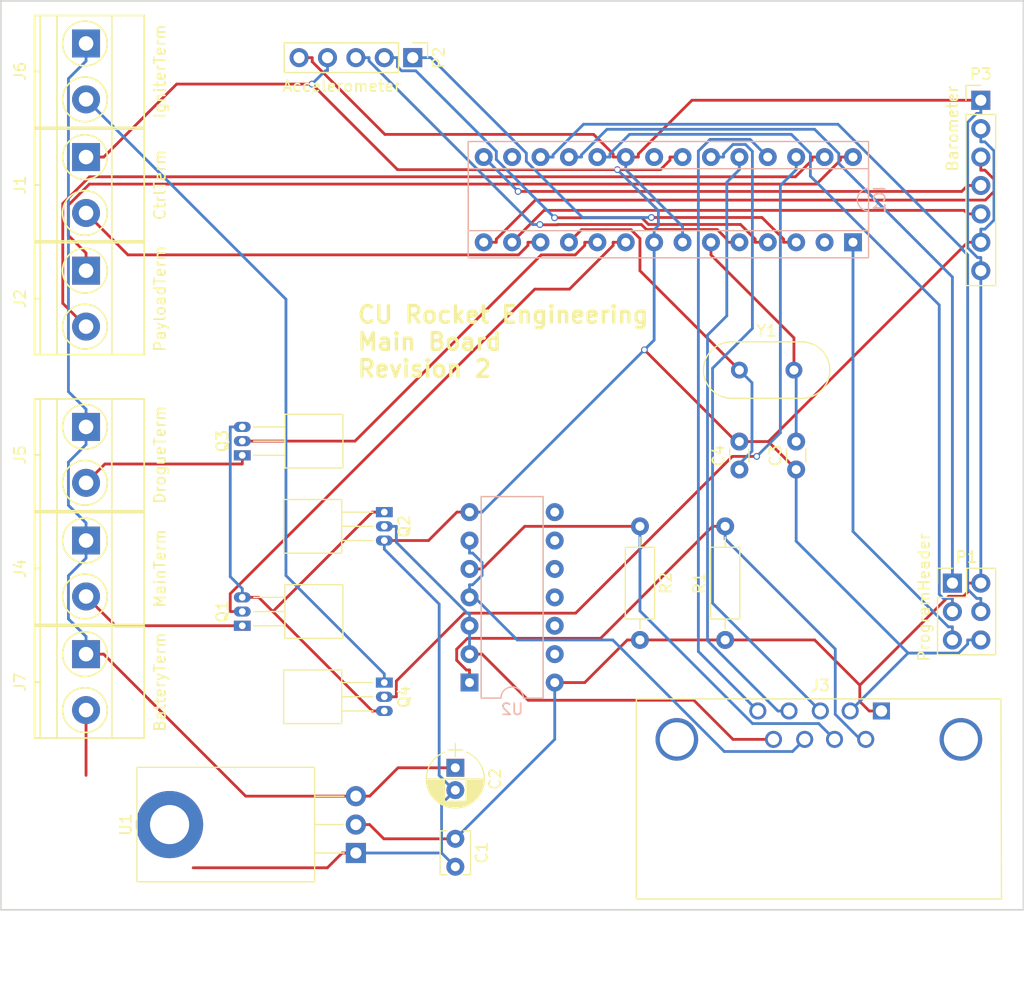
<source format=kicad_pcb>
(kicad_pcb (version 4) (host pcbnew 4.0.5)

  (general
    (links 69)
    (no_connects 1)
    (area 73.584999 43.104999 165.175001 124.535001)
    (thickness 1.6)
    (drawings 6)
    (tracks 358)
    (zones 0)
    (modules 24)
    (nets 36)
  )

  (page A4)
  (title_block
    (title Main)
    (date 2017-05-09)
    (rev 2)
    (company "CU Rocket Engineering")
  )

  (layers
    (0 F.Cu signal)
    (31 B.Cu signal)
    (32 B.Adhes user)
    (33 F.Adhes user)
    (34 B.Paste user)
    (35 F.Paste user)
    (36 B.SilkS user)
    (37 F.SilkS user)
    (38 B.Mask user)
    (39 F.Mask user)
    (40 Dwgs.User user)
    (41 Cmts.User user)
    (42 Eco1.User user)
    (43 Eco2.User user)
    (44 Edge.Cuts user)
    (45 Margin user)
    (46 B.CrtYd user)
    (47 F.CrtYd user)
    (48 B.Fab user)
    (49 F.Fab user)
  )

  (setup
    (last_trace_width 0.25)
    (trace_clearance 0.2)
    (zone_clearance 0.508)
    (zone_45_only yes)
    (trace_min 0.2)
    (segment_width 0.2)
    (edge_width 0.15)
    (via_size 0.6)
    (via_drill 0.4)
    (via_min_size 0.4)
    (via_min_drill 0.3)
    (uvia_size 0.3)
    (uvia_drill 0.1)
    (uvias_allowed no)
    (uvia_min_size 0.2)
    (uvia_min_drill 0.1)
    (pcb_text_width 0.3)
    (pcb_text_size 1.5 1.5)
    (mod_edge_width 0.15)
    (mod_text_size 1 1)
    (mod_text_width 0.15)
    (pad_size 6 6)
    (pad_drill 3.5)
    (pad_to_mask_clearance 0.2)
    (aux_axis_origin 0 0)
    (visible_elements FFFFFF7F)
    (pcbplotparams
      (layerselection 0x00030_80000001)
      (usegerberextensions false)
      (excludeedgelayer true)
      (linewidth 0.150000)
      (plotframeref false)
      (viasonmask false)
      (mode 1)
      (useauxorigin false)
      (hpglpennumber 1)
      (hpglpenspeed 20)
      (hpglpendiameter 15)
      (hpglpenoverlay 2)
      (psnegative false)
      (psa4output false)
      (plotreference true)
      (plotvalue true)
      (plotinvisibletext false)
      (padsonsilk false)
      (subtractmaskfromsilk false)
      (outputformat 1)
      (mirror false)
      (drillshape 1)
      (scaleselection 1)
      (outputdirectory ""))
  )

  (net 0 "")
  (net 1 VCC)
  (net 2 GND)
  (net 3 VBAT)
  (net 4 "Net-(C3-Pad2)")
  (net 5 "Net-(C4-Pad1)")
  (net 6 "Net-(IC1-Pad1)")
  (net 7 "Net-(IC1-Pad15)")
  (net 8 "Net-(IC1-Pad2)")
  (net 9 "Net-(IC1-Pad16)")
  (net 10 "Net-(IC1-Pad3)")
  (net 11 "Net-(IC1-Pad17)")
  (net 12 "Net-(IC1-Pad4)")
  (net 13 "Net-(IC1-Pad18)")
  (net 14 "Net-(IC1-Pad5)")
  (net 15 "Net-(IC1-Pad19)")
  (net 16 "Net-(IC1-Pad21)")
  (net 17 "Net-(IC1-Pad9)")
  (net 18 "Net-(IC1-Pad23)")
  (net 19 "Net-(IC1-Pad10)")
  (net 20 "Net-(IC1-Pad24)")
  (net 21 "Net-(IC1-Pad25)")
  (net 22 "Net-(IC1-Pad12)")
  (net 23 "Net-(IC1-Pad26)")
  (net 24 "Net-(IC1-Pad13)")
  (net 25 "Net-(IC1-Pad27)")
  (net 26 "Net-(IC1-Pad14)")
  (net 27 "Net-(IC1-Pad28)")
  (net 28 "Net-(J3-Pad6)")
  (net 29 "Net-(J3-Pad7)")
  (net 30 "Net-(J4-Pad2)")
  (net 31 "Net-(J5-Pad2)")
  (net 32 "Net-(J6-Pad2)")
  (net 33 "Net-(J3-Pad8)")
  (net 34 "Net-(J3-Pad9)")
  (net 35 "Net-(Q1-Pad3)")

  (net_class Default "This is the default net class."
    (clearance 0.2)
    (trace_width 0.25)
    (via_dia 0.6)
    (via_drill 0.4)
    (uvia_dia 0.3)
    (uvia_drill 0.1)
    (add_net GND)
    (add_net "Net-(C3-Pad2)")
    (add_net "Net-(C4-Pad1)")
    (add_net "Net-(IC1-Pad1)")
    (add_net "Net-(IC1-Pad10)")
    (add_net "Net-(IC1-Pad12)")
    (add_net "Net-(IC1-Pad13)")
    (add_net "Net-(IC1-Pad14)")
    (add_net "Net-(IC1-Pad15)")
    (add_net "Net-(IC1-Pad16)")
    (add_net "Net-(IC1-Pad17)")
    (add_net "Net-(IC1-Pad18)")
    (add_net "Net-(IC1-Pad19)")
    (add_net "Net-(IC1-Pad2)")
    (add_net "Net-(IC1-Pad21)")
    (add_net "Net-(IC1-Pad23)")
    (add_net "Net-(IC1-Pad24)")
    (add_net "Net-(IC1-Pad25)")
    (add_net "Net-(IC1-Pad26)")
    (add_net "Net-(IC1-Pad27)")
    (add_net "Net-(IC1-Pad28)")
    (add_net "Net-(IC1-Pad3)")
    (add_net "Net-(IC1-Pad4)")
    (add_net "Net-(IC1-Pad5)")
    (add_net "Net-(IC1-Pad9)")
    (add_net "Net-(J3-Pad6)")
    (add_net "Net-(J3-Pad7)")
    (add_net "Net-(J3-Pad8)")
    (add_net "Net-(J3-Pad9)")
    (add_net "Net-(J4-Pad2)")
    (add_net "Net-(J5-Pad2)")
    (add_net "Net-(J6-Pad2)")
    (add_net "Net-(Q1-Pad3)")
    (add_net VBAT)
    (add_net VCC)
  )

  (module Capacitors_ThroughHole:C_Disc_D3.0mm_W1.6mm_P2.50mm (layer F.Cu) (tedit 58765D06) (tstamp 58DADDB9)
    (at 144.78 85.09 90)
    (descr "C, Disc series, Radial, pin pitch=2.50mm, , diameter*width=3.0*1.6mm^2, Capacitor, http://www.vishay.com/docs/45233/krseries.pdf")
    (tags "C Disc series Radial pin pitch 2.50mm  diameter 3.0mm width 1.6mm Capacitor")
    (path /58B76C1D)
    (fp_text reference C3 (at 1.25 -1.86 90) (layer F.SilkS)
      (effects (font (size 1 1) (thickness 0.15)))
    )
    (fp_text value "22 pF" (at 1.25 1.86 90) (layer F.Fab)
      (effects (font (size 1 1) (thickness 0.15)))
    )
    (fp_line (start -0.25 -0.8) (end -0.25 0.8) (layer F.Fab) (width 0.1))
    (fp_line (start -0.25 0.8) (end 2.75 0.8) (layer F.Fab) (width 0.1))
    (fp_line (start 2.75 0.8) (end 2.75 -0.8) (layer F.Fab) (width 0.1))
    (fp_line (start 2.75 -0.8) (end -0.25 -0.8) (layer F.Fab) (width 0.1))
    (fp_line (start 0.663 -0.861) (end 1.837 -0.861) (layer F.SilkS) (width 0.12))
    (fp_line (start 0.663 0.861) (end 1.837 0.861) (layer F.SilkS) (width 0.12))
    (fp_line (start -1.05 -1.15) (end -1.05 1.15) (layer F.CrtYd) (width 0.05))
    (fp_line (start -1.05 1.15) (end 3.55 1.15) (layer F.CrtYd) (width 0.05))
    (fp_line (start 3.55 1.15) (end 3.55 -1.15) (layer F.CrtYd) (width 0.05))
    (fp_line (start 3.55 -1.15) (end -1.05 -1.15) (layer F.CrtYd) (width 0.05))
    (pad 1 thru_hole circle (at 0 0 90) (size 1.6 1.6) (drill 0.8) (layers *.Cu *.Mask)
      (net 2 GND))
    (pad 2 thru_hole circle (at 2.5 0 90) (size 1.6 1.6) (drill 0.8) (layers *.Cu *.Mask)
      (net 4 "Net-(C3-Pad2)"))
    (model Capacitors_THT.3dshapes/C_Disc_D3.0mm_W1.6mm_P2.50mm.wrl
      (at (xyz 0 0 0))
      (scale (xyz 0.393701 0.393701 0.393701))
      (rotate (xyz 0 0 0))
    )
  )

  (module Capacitors_ThroughHole:C_Disc_D3.0mm_W1.6mm_P2.50mm (layer F.Cu) (tedit 58765D06) (tstamp 58DADDC9)
    (at 139.7 85.09 90)
    (descr "C, Disc series, Radial, pin pitch=2.50mm, , diameter*width=3.0*1.6mm^2, Capacitor, http://www.vishay.com/docs/45233/krseries.pdf")
    (tags "C Disc series Radial pin pitch 2.50mm  diameter 3.0mm width 1.6mm Capacitor")
    (path /58B76BBA)
    (fp_text reference C4 (at 1.25 -1.86 90) (layer F.SilkS)
      (effects (font (size 1 1) (thickness 0.15)))
    )
    (fp_text value "22 pF" (at 1.25 1.86 90) (layer F.Fab)
      (effects (font (size 1 1) (thickness 0.15)))
    )
    (fp_line (start -0.25 -0.8) (end -0.25 0.8) (layer F.Fab) (width 0.1))
    (fp_line (start -0.25 0.8) (end 2.75 0.8) (layer F.Fab) (width 0.1))
    (fp_line (start 2.75 0.8) (end 2.75 -0.8) (layer F.Fab) (width 0.1))
    (fp_line (start 2.75 -0.8) (end -0.25 -0.8) (layer F.Fab) (width 0.1))
    (fp_line (start 0.663 -0.861) (end 1.837 -0.861) (layer F.SilkS) (width 0.12))
    (fp_line (start 0.663 0.861) (end 1.837 0.861) (layer F.SilkS) (width 0.12))
    (fp_line (start -1.05 -1.15) (end -1.05 1.15) (layer F.CrtYd) (width 0.05))
    (fp_line (start -1.05 1.15) (end 3.55 1.15) (layer F.CrtYd) (width 0.05))
    (fp_line (start 3.55 1.15) (end 3.55 -1.15) (layer F.CrtYd) (width 0.05))
    (fp_line (start 3.55 -1.15) (end -1.05 -1.15) (layer F.CrtYd) (width 0.05))
    (pad 1 thru_hole circle (at 0 0 90) (size 1.6 1.6) (drill 0.8) (layers *.Cu *.Mask)
      (net 5 "Net-(C4-Pad1)"))
    (pad 2 thru_hole circle (at 2.5 0 90) (size 1.6 1.6) (drill 0.8) (layers *.Cu *.Mask)
      (net 2 GND))
    (model Capacitors_THT.3dshapes/C_Disc_D3.0mm_W1.6mm_P2.50mm.wrl
      (at (xyz 0 0 0))
      (scale (xyz 0.393701 0.393701 0.393701))
      (rotate (xyz 0 0 0))
    )
  )

  (module Housings_DIP:DIP-28_W7.62mm_Socket (layer B.Cu) (tedit 586281B5) (tstamp 58DADE00)
    (at 149.86 64.77 90)
    (descr "28-lead dip package, row spacing 7.62 mm (300 mils), Socket")
    (tags "DIL DIP PDIP 2.54mm 7.62mm 300mil Socket")
    (path /58B76AB6)
    (fp_text reference IC1 (at 3.81 2.39 90) (layer B.SilkS)
      (effects (font (size 1 1) (thickness 0.15)) (justify mirror))
    )
    (fp_text value AVR (at 3.81 -35.41 90) (layer B.Fab)
      (effects (font (size 1 1) (thickness 0.15)) (justify mirror))
    )
    (fp_arc (start 3.81 1.39) (end 2.81 1.39) (angle 180) (layer B.SilkS) (width 0.12))
    (fp_line (start 1.635 1.27) (end 6.985 1.27) (layer B.Fab) (width 0.1))
    (fp_line (start 6.985 1.27) (end 6.985 -34.29) (layer B.Fab) (width 0.1))
    (fp_line (start 6.985 -34.29) (end 0.635 -34.29) (layer B.Fab) (width 0.1))
    (fp_line (start 0.635 -34.29) (end 0.635 0.27) (layer B.Fab) (width 0.1))
    (fp_line (start 0.635 0.27) (end 1.635 1.27) (layer B.Fab) (width 0.1))
    (fp_line (start -1.27 1.27) (end -1.27 -34.29) (layer B.Fab) (width 0.1))
    (fp_line (start -1.27 -34.29) (end 8.89 -34.29) (layer B.Fab) (width 0.1))
    (fp_line (start 8.89 -34.29) (end 8.89 1.27) (layer B.Fab) (width 0.1))
    (fp_line (start 8.89 1.27) (end -1.27 1.27) (layer B.Fab) (width 0.1))
    (fp_line (start 2.81 1.39) (end 1.04 1.39) (layer B.SilkS) (width 0.12))
    (fp_line (start 1.04 1.39) (end 1.04 -34.41) (layer B.SilkS) (width 0.12))
    (fp_line (start 1.04 -34.41) (end 6.58 -34.41) (layer B.SilkS) (width 0.12))
    (fp_line (start 6.58 -34.41) (end 6.58 1.39) (layer B.SilkS) (width 0.12))
    (fp_line (start 6.58 1.39) (end 4.81 1.39) (layer B.SilkS) (width 0.12))
    (fp_line (start -1.39 1.39) (end -1.39 -34.41) (layer B.SilkS) (width 0.12))
    (fp_line (start -1.39 -34.41) (end 9.01 -34.41) (layer B.SilkS) (width 0.12))
    (fp_line (start 9.01 -34.41) (end 9.01 1.39) (layer B.SilkS) (width 0.12))
    (fp_line (start 9.01 1.39) (end -1.39 1.39) (layer B.SilkS) (width 0.12))
    (fp_line (start -1.7 1.7) (end -1.7 -34.7) (layer B.CrtYd) (width 0.05))
    (fp_line (start -1.7 -34.7) (end 9.3 -34.7) (layer B.CrtYd) (width 0.05))
    (fp_line (start 9.3 -34.7) (end 9.3 1.7) (layer B.CrtYd) (width 0.05))
    (fp_line (start 9.3 1.7) (end -1.7 1.7) (layer B.CrtYd) (width 0.05))
    (pad 1 thru_hole rect (at 0 0 90) (size 1.6 1.6) (drill 0.8) (layers *.Cu *.Mask)
      (net 6 "Net-(IC1-Pad1)"))
    (pad 15 thru_hole oval (at 7.62 -33.02 90) (size 1.6 1.6) (drill 0.8) (layers *.Cu *.Mask)
      (net 7 "Net-(IC1-Pad15)"))
    (pad 2 thru_hole oval (at 0 -2.54 90) (size 1.6 1.6) (drill 0.8) (layers *.Cu *.Mask)
      (net 8 "Net-(IC1-Pad2)"))
    (pad 16 thru_hole oval (at 7.62 -30.48 90) (size 1.6 1.6) (drill 0.8) (layers *.Cu *.Mask)
      (net 9 "Net-(IC1-Pad16)"))
    (pad 3 thru_hole oval (at 0 -5.08 90) (size 1.6 1.6) (drill 0.8) (layers *.Cu *.Mask)
      (net 10 "Net-(IC1-Pad3)"))
    (pad 17 thru_hole oval (at 7.62 -27.94 90) (size 1.6 1.6) (drill 0.8) (layers *.Cu *.Mask)
      (net 11 "Net-(IC1-Pad17)"))
    (pad 4 thru_hole oval (at 0 -7.62 90) (size 1.6 1.6) (drill 0.8) (layers *.Cu *.Mask)
      (net 12 "Net-(IC1-Pad4)"))
    (pad 18 thru_hole oval (at 7.62 -25.4 90) (size 1.6 1.6) (drill 0.8) (layers *.Cu *.Mask)
      (net 13 "Net-(IC1-Pad18)"))
    (pad 5 thru_hole oval (at 0 -10.16 90) (size 1.6 1.6) (drill 0.8) (layers *.Cu *.Mask)
      (net 14 "Net-(IC1-Pad5)"))
    (pad 19 thru_hole oval (at 7.62 -22.86 90) (size 1.6 1.6) (drill 0.8) (layers *.Cu *.Mask)
      (net 15 "Net-(IC1-Pad19)"))
    (pad 6 thru_hole oval (at 0 -12.7 90) (size 1.6 1.6) (drill 0.8) (layers *.Cu *.Mask)
      (net 4 "Net-(C3-Pad2)"))
    (pad 20 thru_hole oval (at 7.62 -20.32 90) (size 1.6 1.6) (drill 0.8) (layers *.Cu *.Mask)
      (net 1 VCC))
    (pad 7 thru_hole oval (at 0 -15.24 90) (size 1.6 1.6) (drill 0.8) (layers *.Cu *.Mask)
      (net 1 VCC))
    (pad 21 thru_hole oval (at 7.62 -17.78 90) (size 1.6 1.6) (drill 0.8) (layers *.Cu *.Mask)
      (net 16 "Net-(IC1-Pad21)"))
    (pad 8 thru_hole oval (at 0 -17.78 90) (size 1.6 1.6) (drill 0.8) (layers *.Cu *.Mask)
      (net 2 GND))
    (pad 22 thru_hole oval (at 7.62 -15.24 90) (size 1.6 1.6) (drill 0.8) (layers *.Cu *.Mask)
      (net 2 GND))
    (pad 9 thru_hole oval (at 0 -20.32 90) (size 1.6 1.6) (drill 0.8) (layers *.Cu *.Mask)
      (net 17 "Net-(IC1-Pad9)"))
    (pad 23 thru_hole oval (at 7.62 -12.7 90) (size 1.6 1.6) (drill 0.8) (layers *.Cu *.Mask)
      (net 18 "Net-(IC1-Pad23)"))
    (pad 10 thru_hole oval (at 0 -22.86 90) (size 1.6 1.6) (drill 0.8) (layers *.Cu *.Mask)
      (net 19 "Net-(IC1-Pad10)"))
    (pad 24 thru_hole oval (at 7.62 -10.16 90) (size 1.6 1.6) (drill 0.8) (layers *.Cu *.Mask)
      (net 20 "Net-(IC1-Pad24)"))
    (pad 11 thru_hole oval (at 0 -25.4 90) (size 1.6 1.6) (drill 0.8) (layers *.Cu *.Mask)
      (net 5 "Net-(C4-Pad1)"))
    (pad 25 thru_hole oval (at 7.62 -7.62 90) (size 1.6 1.6) (drill 0.8) (layers *.Cu *.Mask)
      (net 21 "Net-(IC1-Pad25)"))
    (pad 12 thru_hole oval (at 0 -27.94 90) (size 1.6 1.6) (drill 0.8) (layers *.Cu *.Mask)
      (net 22 "Net-(IC1-Pad12)"))
    (pad 26 thru_hole oval (at 7.62 -5.08 90) (size 1.6 1.6) (drill 0.8) (layers *.Cu *.Mask)
      (net 23 "Net-(IC1-Pad26)"))
    (pad 13 thru_hole oval (at 0 -30.48 90) (size 1.6 1.6) (drill 0.8) (layers *.Cu *.Mask)
      (net 24 "Net-(IC1-Pad13)"))
    (pad 27 thru_hole oval (at 7.62 -2.54 90) (size 1.6 1.6) (drill 0.8) (layers *.Cu *.Mask)
      (net 25 "Net-(IC1-Pad27)"))
    (pad 14 thru_hole oval (at 0 -33.02 90) (size 1.6 1.6) (drill 0.8) (layers *.Cu *.Mask)
      (net 26 "Net-(IC1-Pad14)"))
    (pad 28 thru_hole oval (at 7.62 0 90) (size 1.6 1.6) (drill 0.8) (layers *.Cu *.Mask)
      (net 27 "Net-(IC1-Pad28)"))
    (model Housings_DIP.3dshapes/DIP-28_W7.62mm_Socket.wrl
      (at (xyz 0 0 0))
      (scale (xyz 1 1 1))
      (rotate (xyz 0 0 0))
    )
  )

  (module Terminal_Blocks:TerminalBlock_Pheonix_MKDS1.5-2pol (layer F.Cu) (tedit 58F67F67) (tstamp 58DADE14)
    (at 81.28 57.15 270)
    (descr "2-way 5mm pitch terminal block, Phoenix MKDS series")
    (path /58BC987E)
    (fp_text reference J1 (at 2.5 5.9 270) (layer F.SilkS)
      (effects (font (size 1 1) (thickness 0.15)))
    )
    (fp_text value CtrlTerm (at 2.5 -6.6 270) (layer F.SilkS)
      (effects (font (size 1 1) (thickness 0.15)))
    )
    (fp_line (start -2.7 -5.4) (end 7.7 -5.4) (layer F.CrtYd) (width 0.05))
    (fp_line (start -2.7 4.8) (end -2.7 -5.4) (layer F.CrtYd) (width 0.05))
    (fp_line (start 7.7 4.8) (end -2.7 4.8) (layer F.CrtYd) (width 0.05))
    (fp_line (start 7.7 -5.4) (end 7.7 4.8) (layer F.CrtYd) (width 0.05))
    (fp_line (start 2.5 4.1) (end 2.5 4.6) (layer F.SilkS) (width 0.15))
    (fp_circle (center 5 0.1) (end 3 0.1) (layer F.SilkS) (width 0.15))
    (fp_circle (center 0 0.1) (end 2 0.1) (layer F.SilkS) (width 0.15))
    (fp_line (start -2.5 2.6) (end 7.5 2.6) (layer F.SilkS) (width 0.15))
    (fp_line (start -2.5 -2.3) (end 7.5 -2.3) (layer F.SilkS) (width 0.15))
    (fp_line (start -2.5 4.1) (end 7.5 4.1) (layer F.SilkS) (width 0.15))
    (fp_line (start -2.5 4.6) (end 7.5 4.6) (layer F.SilkS) (width 0.15))
    (fp_line (start 7.5 4.6) (end 7.5 -5.2) (layer F.SilkS) (width 0.15))
    (fp_line (start 7.5 -5.2) (end -2.5 -5.2) (layer F.SilkS) (width 0.15))
    (fp_line (start -2.5 -5.2) (end -2.5 4.6) (layer F.SilkS) (width 0.15))
    (pad 1 thru_hole rect (at 0 0 270) (size 2.5 2.5) (drill 1.3) (layers *.Cu *.Mask)
      (net 2 GND))
    (pad 2 thru_hole circle (at 5 0 270) (size 2.5 2.5) (drill 1.3) (layers *.Cu *.Mask)
      (net 22 "Net-(IC1-Pad12)"))
    (model Terminal_Blocks.3dshapes/TerminalBlock_Pheonix_MKDS1.5-2pol.wrl
      (at (xyz 0.0984 0 0))
      (scale (xyz 1 1 1))
      (rotate (xyz 0 0 0))
    )
  )

  (module Terminal_Blocks:TerminalBlock_Pheonix_MKDS1.5-2pol (layer F.Cu) (tedit 58F67F5C) (tstamp 58DADE28)
    (at 81.28 67.31 270)
    (descr "2-way 5mm pitch terminal block, Phoenix MKDS series")
    (path /58BC9B79)
    (fp_text reference J2 (at 2.5 5.9 270) (layer F.SilkS)
      (effects (font (size 1 1) (thickness 0.15)))
    )
    (fp_text value PayloadTerm (at 2.5 -6.6 270) (layer F.SilkS)
      (effects (font (size 1 1) (thickness 0.15)))
    )
    (fp_line (start -2.7 -5.4) (end 7.7 -5.4) (layer F.CrtYd) (width 0.05))
    (fp_line (start -2.7 4.8) (end -2.7 -5.4) (layer F.CrtYd) (width 0.05))
    (fp_line (start 7.7 4.8) (end -2.7 4.8) (layer F.CrtYd) (width 0.05))
    (fp_line (start 7.7 -5.4) (end 7.7 4.8) (layer F.CrtYd) (width 0.05))
    (fp_line (start 2.5 4.1) (end 2.5 4.6) (layer F.SilkS) (width 0.15))
    (fp_circle (center 5 0.1) (end 3 0.1) (layer F.SilkS) (width 0.15))
    (fp_circle (center 0 0.1) (end 2 0.1) (layer F.SilkS) (width 0.15))
    (fp_line (start -2.5 2.6) (end 7.5 2.6) (layer F.SilkS) (width 0.15))
    (fp_line (start -2.5 -2.3) (end 7.5 -2.3) (layer F.SilkS) (width 0.15))
    (fp_line (start -2.5 4.1) (end 7.5 4.1) (layer F.SilkS) (width 0.15))
    (fp_line (start -2.5 4.6) (end 7.5 4.6) (layer F.SilkS) (width 0.15))
    (fp_line (start 7.5 4.6) (end 7.5 -5.2) (layer F.SilkS) (width 0.15))
    (fp_line (start 7.5 -5.2) (end -2.5 -5.2) (layer F.SilkS) (width 0.15))
    (fp_line (start -2.5 -5.2) (end -2.5 4.6) (layer F.SilkS) (width 0.15))
    (pad 1 thru_hole rect (at 0 0 270) (size 2.5 2.5) (drill 1.3) (layers *.Cu *.Mask)
      (net 27 "Net-(IC1-Pad28)"))
    (pad 2 thru_hole circle (at 5 0 270) (size 2.5 2.5) (drill 1.3) (layers *.Cu *.Mask)
      (net 25 "Net-(IC1-Pad27)"))
    (model Terminal_Blocks.3dshapes/TerminalBlock_Pheonix_MKDS1.5-2pol.wrl
      (at (xyz 0.0984 0 0))
      (scale (xyz 1 1 1))
      (rotate (xyz 0 0 0))
    )
  )

  (module Connect:DB9FC (layer F.Cu) (tedit 587FDE78) (tstamp 58DADE49)
    (at 152.4 106.68 180)
    (descr "Connecteur DB9 femelle couche")
    (tags "CONN DB9")
    (path /58BC9C47)
    (fp_text reference J3 (at 5.46 2.28 180) (layer F.SilkS)
      (effects (font (size 1 1) (thickness 0.15)))
    )
    (fp_text value PanelTerm (at 6.73 -5.08 180) (layer F.Fab)
      (effects (font (size 1 1) (thickness 0.15)))
    )
    (fp_line (start -10.74 -16.82) (end -10.69 1.08) (layer F.SilkS) (width 0.12))
    (fp_line (start -10.69 1.08) (end 21.91 1.08) (layer F.SilkS) (width 0.12))
    (fp_line (start 21.91 1.08) (end 21.91 -16.82) (layer F.SilkS) (width 0.12))
    (fp_line (start 21.91 -16.82) (end -10.74 -16.82) (layer F.SilkS) (width 0.12))
    (fp_line (start -10.67 1.02) (end 21.84 1.02) (layer F.Fab) (width 0.1))
    (fp_line (start 21.84 1.02) (end 21.84 -16.76) (layer F.Fab) (width 0.1))
    (fp_line (start 21.84 -16.76) (end -10.67 -16.76) (layer F.Fab) (width 0.1))
    (fp_line (start -10.67 -16.76) (end -10.67 1.02) (layer F.Fab) (width 0.1))
    (fp_line (start -3.56 -16.76) (end -3.56 -9.14) (layer F.Fab) (width 0.1))
    (fp_line (start -3.56 -9.14) (end 14.73 -9.14) (layer F.Fab) (width 0.1))
    (fp_line (start 14.73 -9.14) (end 14.73 -16.76) (layer F.Fab) (width 0.1))
    (fp_line (start -2.03 -16.76) (end -2.03 -25.4) (layer F.Fab) (width 0.1))
    (fp_line (start -2.03 -25.4) (end 13.21 -25.4) (layer F.Fab) (width 0.1))
    (fp_line (start 13.21 -25.4) (end 13.21 -16.76) (layer F.Fab) (width 0.1))
    (fp_line (start -10.92 -25.65) (end 22.09 -25.65) (layer F.CrtYd) (width 0.05))
    (fp_line (start -10.92 -25.65) (end -10.92 1.27) (layer F.CrtYd) (width 0.05))
    (fp_line (start 22.09 1.27) (end 22.09 -25.65) (layer F.CrtYd) (width 0.05))
    (fp_line (start 22.09 1.27) (end -10.92 1.27) (layer F.CrtYd) (width 0.05))
    (pad "" thru_hole circle (at 18.29 -2.54 180) (size 3.81 3.81) (drill 3.05) (layers *.Cu *.Mask))
    (pad "" thru_hole circle (at -7.11 -2.54 180) (size 3.81 3.81) (drill 3.05) (layers *.Cu *.Mask))
    (pad 1 thru_hole rect (at 0 0 180) (size 1.52 1.52) (drill 1.02) (layers *.Cu *.Mask)
      (net 1 VCC))
    (pad 2 thru_hole circle (at 2.79 0 180) (size 1.52 1.52) (drill 1.02) (layers *.Cu *.Mask)
      (net 2 GND))
    (pad 3 thru_hole circle (at 5.46 0 180) (size 1.52 1.52) (drill 1.02) (layers *.Cu *.Mask)
      (net 18 "Net-(IC1-Pad23)"))
    (pad 4 thru_hole circle (at 8.26 0 180) (size 1.52 1.52) (drill 1.02) (layers *.Cu *.Mask)
      (net 20 "Net-(IC1-Pad24)"))
    (pad 5 thru_hole circle (at 11.05 0 180) (size 1.52 1.52) (drill 1.02) (layers *.Cu *.Mask)
      (net 21 "Net-(IC1-Pad25)"))
    (pad 6 thru_hole circle (at 1.4 -2.54 180) (size 1.52 1.52) (drill 1.02) (layers *.Cu *.Mask)
      (net 28 "Net-(J3-Pad6)"))
    (pad 7 thru_hole circle (at 4.19 -2.54 180) (size 1.52 1.52) (drill 1.02) (layers *.Cu *.Mask)
      (net 29 "Net-(J3-Pad7)"))
    (pad 8 thru_hole circle (at 6.86 -2.54 180) (size 1.52 1.52) (drill 1.02) (layers *.Cu *.Mask)
      (net 33 "Net-(J3-Pad8)"))
    (pad 9 thru_hole circle (at 9.65 -2.54 180) (size 1.52 1.52) (drill 1.02) (layers *.Cu *.Mask)
      (net 34 "Net-(J3-Pad9)"))
    (model Connectors.3dshapes/DB9FC.wrl
      (at (xyz 0.2086614173228347 0.05314960629921261 0))
      (scale (xyz 1 1 1))
      (rotate (xyz 0 0 0))
    )
  )

  (module Terminal_Blocks:TerminalBlock_Pheonix_MKDS1.5-2pol (layer F.Cu) (tedit 58F67F4F) (tstamp 58DADE5D)
    (at 81.28 91.44 270)
    (descr "2-way 5mm pitch terminal block, Phoenix MKDS series")
    (path /58BCAD2D)
    (fp_text reference J4 (at 2.5 5.9 270) (layer F.SilkS)
      (effects (font (size 1 1) (thickness 0.15)))
    )
    (fp_text value MainTerm (at 2.5 -6.6 270) (layer F.SilkS)
      (effects (font (size 1 1) (thickness 0.15)))
    )
    (fp_line (start -2.7 -5.4) (end 7.7 -5.4) (layer F.CrtYd) (width 0.05))
    (fp_line (start -2.7 4.8) (end -2.7 -5.4) (layer F.CrtYd) (width 0.05))
    (fp_line (start 7.7 4.8) (end -2.7 4.8) (layer F.CrtYd) (width 0.05))
    (fp_line (start 7.7 -5.4) (end 7.7 4.8) (layer F.CrtYd) (width 0.05))
    (fp_line (start 2.5 4.1) (end 2.5 4.6) (layer F.SilkS) (width 0.15))
    (fp_circle (center 5 0.1) (end 3 0.1) (layer F.SilkS) (width 0.15))
    (fp_circle (center 0 0.1) (end 2 0.1) (layer F.SilkS) (width 0.15))
    (fp_line (start -2.5 2.6) (end 7.5 2.6) (layer F.SilkS) (width 0.15))
    (fp_line (start -2.5 -2.3) (end 7.5 -2.3) (layer F.SilkS) (width 0.15))
    (fp_line (start -2.5 4.1) (end 7.5 4.1) (layer F.SilkS) (width 0.15))
    (fp_line (start -2.5 4.6) (end 7.5 4.6) (layer F.SilkS) (width 0.15))
    (fp_line (start 7.5 4.6) (end 7.5 -5.2) (layer F.SilkS) (width 0.15))
    (fp_line (start 7.5 -5.2) (end -2.5 -5.2) (layer F.SilkS) (width 0.15))
    (fp_line (start -2.5 -5.2) (end -2.5 4.6) (layer F.SilkS) (width 0.15))
    (pad 1 thru_hole rect (at 0 0 270) (size 2.5 2.5) (drill 1.3) (layers *.Cu *.Mask)
      (net 3 VBAT))
    (pad 2 thru_hole circle (at 5 0 270) (size 2.5 2.5) (drill 1.3) (layers *.Cu *.Mask)
      (net 30 "Net-(J4-Pad2)"))
    (model Terminal_Blocks.3dshapes/TerminalBlock_Pheonix_MKDS1.5-2pol.wrl
      (at (xyz 0.0984 0 0))
      (scale (xyz 1 1 1))
      (rotate (xyz 0 0 0))
    )
  )

  (module Terminal_Blocks:TerminalBlock_Pheonix_MKDS1.5-2pol (layer F.Cu) (tedit 58F67F55) (tstamp 58DADE71)
    (at 81.28 81.28 270)
    (descr "2-way 5mm pitch terminal block, Phoenix MKDS series")
    (path /58BCAEDA)
    (fp_text reference J5 (at 2.5 5.9 270) (layer F.SilkS)
      (effects (font (size 1 1) (thickness 0.15)))
    )
    (fp_text value DrogueTerm (at 2.5 -6.6 270) (layer F.SilkS)
      (effects (font (size 1 1) (thickness 0.15)))
    )
    (fp_line (start -2.7 -5.4) (end 7.7 -5.4) (layer F.CrtYd) (width 0.05))
    (fp_line (start -2.7 4.8) (end -2.7 -5.4) (layer F.CrtYd) (width 0.05))
    (fp_line (start 7.7 4.8) (end -2.7 4.8) (layer F.CrtYd) (width 0.05))
    (fp_line (start 7.7 -5.4) (end 7.7 4.8) (layer F.CrtYd) (width 0.05))
    (fp_line (start 2.5 4.1) (end 2.5 4.6) (layer F.SilkS) (width 0.15))
    (fp_circle (center 5 0.1) (end 3 0.1) (layer F.SilkS) (width 0.15))
    (fp_circle (center 0 0.1) (end 2 0.1) (layer F.SilkS) (width 0.15))
    (fp_line (start -2.5 2.6) (end 7.5 2.6) (layer F.SilkS) (width 0.15))
    (fp_line (start -2.5 -2.3) (end 7.5 -2.3) (layer F.SilkS) (width 0.15))
    (fp_line (start -2.5 4.1) (end 7.5 4.1) (layer F.SilkS) (width 0.15))
    (fp_line (start -2.5 4.6) (end 7.5 4.6) (layer F.SilkS) (width 0.15))
    (fp_line (start 7.5 4.6) (end 7.5 -5.2) (layer F.SilkS) (width 0.15))
    (fp_line (start 7.5 -5.2) (end -2.5 -5.2) (layer F.SilkS) (width 0.15))
    (fp_line (start -2.5 -5.2) (end -2.5 4.6) (layer F.SilkS) (width 0.15))
    (pad 1 thru_hole rect (at 0 0 270) (size 2.5 2.5) (drill 1.3) (layers *.Cu *.Mask)
      (net 3 VBAT))
    (pad 2 thru_hole circle (at 5 0 270) (size 2.5 2.5) (drill 1.3) (layers *.Cu *.Mask)
      (net 31 "Net-(J5-Pad2)"))
    (model Terminal_Blocks.3dshapes/TerminalBlock_Pheonix_MKDS1.5-2pol.wrl
      (at (xyz 0.0984 0 0))
      (scale (xyz 1 1 1))
      (rotate (xyz 0 0 0))
    )
  )

  (module Terminal_Blocks:TerminalBlock_Pheonix_MKDS1.5-2pol (layer F.Cu) (tedit 58F67F6C) (tstamp 58DADE85)
    (at 81.28 46.99 270)
    (descr "2-way 5mm pitch terminal block, Phoenix MKDS series")
    (path /58DD1C52)
    (fp_text reference J6 (at 2.5 5.9 270) (layer F.SilkS)
      (effects (font (size 1 1) (thickness 0.15)))
    )
    (fp_text value IgniterTerm (at 2.5 -6.6 270) (layer F.SilkS)
      (effects (font (size 1 1) (thickness 0.15)))
    )
    (fp_line (start -2.7 -5.4) (end 7.7 -5.4) (layer F.CrtYd) (width 0.05))
    (fp_line (start -2.7 4.8) (end -2.7 -5.4) (layer F.CrtYd) (width 0.05))
    (fp_line (start 7.7 4.8) (end -2.7 4.8) (layer F.CrtYd) (width 0.05))
    (fp_line (start 7.7 -5.4) (end 7.7 4.8) (layer F.CrtYd) (width 0.05))
    (fp_line (start 2.5 4.1) (end 2.5 4.6) (layer F.SilkS) (width 0.15))
    (fp_circle (center 5 0.1) (end 3 0.1) (layer F.SilkS) (width 0.15))
    (fp_circle (center 0 0.1) (end 2 0.1) (layer F.SilkS) (width 0.15))
    (fp_line (start -2.5 2.6) (end 7.5 2.6) (layer F.SilkS) (width 0.15))
    (fp_line (start -2.5 -2.3) (end 7.5 -2.3) (layer F.SilkS) (width 0.15))
    (fp_line (start -2.5 4.1) (end 7.5 4.1) (layer F.SilkS) (width 0.15))
    (fp_line (start -2.5 4.6) (end 7.5 4.6) (layer F.SilkS) (width 0.15))
    (fp_line (start 7.5 4.6) (end 7.5 -5.2) (layer F.SilkS) (width 0.15))
    (fp_line (start 7.5 -5.2) (end -2.5 -5.2) (layer F.SilkS) (width 0.15))
    (fp_line (start -2.5 -5.2) (end -2.5 4.6) (layer F.SilkS) (width 0.15))
    (pad 1 thru_hole rect (at 0 0 270) (size 2.5 2.5) (drill 1.3) (layers *.Cu *.Mask)
      (net 3 VBAT))
    (pad 2 thru_hole circle (at 5 0 270) (size 2.5 2.5) (drill 1.3) (layers *.Cu *.Mask)
      (net 32 "Net-(J6-Pad2)"))
    (model Terminal_Blocks.3dshapes/TerminalBlock_Pheonix_MKDS1.5-2pol.wrl
      (at (xyz 0.0984 0 0))
      (scale (xyz 1 1 1))
      (rotate (xyz 0 0 0))
    )
  )

  (module Pin_Headers:Pin_Header_Straight_2x03_Pitch2.54mm (layer F.Cu) (tedit 58F67FC6) (tstamp 58DADEA0)
    (at 158.75 95.25)
    (descr "Through hole straight pin header, 2x03, 2.54mm pitch, double rows")
    (tags "Through hole pin header THT 2x03 2.54mm double row")
    (path /58BF7CD7)
    (fp_text reference P1 (at 1.27 -2.33) (layer F.SilkS)
      (effects (font (size 1 1) (thickness 0.15)))
    )
    (fp_text value ProgramHeader (at -2.54 1.27 90) (layer F.SilkS)
      (effects (font (size 1 1) (thickness 0.15)))
    )
    (fp_line (start -1.27 -1.27) (end -1.27 6.35) (layer F.Fab) (width 0.1))
    (fp_line (start -1.27 6.35) (end 3.81 6.35) (layer F.Fab) (width 0.1))
    (fp_line (start 3.81 6.35) (end 3.81 -1.27) (layer F.Fab) (width 0.1))
    (fp_line (start 3.81 -1.27) (end -1.27 -1.27) (layer F.Fab) (width 0.1))
    (fp_line (start -1.33 1.27) (end -1.33 6.41) (layer F.SilkS) (width 0.12))
    (fp_line (start -1.33 6.41) (end 3.87 6.41) (layer F.SilkS) (width 0.12))
    (fp_line (start 3.87 6.41) (end 3.87 -1.33) (layer F.SilkS) (width 0.12))
    (fp_line (start 3.87 -1.33) (end 1.27 -1.33) (layer F.SilkS) (width 0.12))
    (fp_line (start 1.27 -1.33) (end 1.27 1.27) (layer F.SilkS) (width 0.12))
    (fp_line (start 1.27 1.27) (end -1.33 1.27) (layer F.SilkS) (width 0.12))
    (fp_line (start -1.33 0) (end -1.33 -1.33) (layer F.SilkS) (width 0.12))
    (fp_line (start -1.33 -1.33) (end 0 -1.33) (layer F.SilkS) (width 0.12))
    (fp_line (start -1.8 -1.8) (end -1.8 6.85) (layer F.CrtYd) (width 0.05))
    (fp_line (start -1.8 6.85) (end 4.35 6.85) (layer F.CrtYd) (width 0.05))
    (fp_line (start 4.35 6.85) (end 4.35 -1.8) (layer F.CrtYd) (width 0.05))
    (fp_line (start 4.35 -1.8) (end -1.8 -1.8) (layer F.CrtYd) (width 0.05))
    (fp_text user %R (at 1.27 -2.33) (layer F.Fab)
      (effects (font (size 1 1) (thickness 0.15)))
    )
    (pad 1 thru_hole rect (at 0 0) (size 1.7 1.7) (drill 1) (layers *.Cu *.Mask)
      (net 13 "Net-(IC1-Pad18)"))
    (pad 2 thru_hole oval (at 2.54 0) (size 1.7 1.7) (drill 1) (layers *.Cu *.Mask)
      (net 1 VCC))
    (pad 3 thru_hole oval (at 0 2.54) (size 1.7 1.7) (drill 1) (layers *.Cu *.Mask)
      (net 15 "Net-(IC1-Pad19)"))
    (pad 4 thru_hole oval (at 2.54 2.54) (size 1.7 1.7) (drill 1) (layers *.Cu *.Mask)
      (net 11 "Net-(IC1-Pad17)"))
    (pad 5 thru_hole oval (at 0 5.08) (size 1.7 1.7) (drill 1) (layers *.Cu *.Mask)
      (net 6 "Net-(IC1-Pad1)"))
    (pad 6 thru_hole oval (at 2.54 5.08) (size 1.7 1.7) (drill 1) (layers *.Cu *.Mask)
      (net 2 GND))
    (model ${KISYS3DMOD}/Pin_Headers.3dshapes/Pin_Header_Straight_2x03_Pitch2.54mm.wrl
      (at (xyz 0.05 -0.1 0))
      (scale (xyz 1 1 1))
      (rotate (xyz 0 0 90))
    )
  )

  (module Pin_Headers:Pin_Header_Straight_1x05_Pitch2.54mm (layer F.Cu) (tedit 58F67F7B) (tstamp 58DADEB8)
    (at 110.49 48.26 270)
    (descr "Through hole straight pin header, 1x05, 2.54mm pitch, single row")
    (tags "Through hole pin header THT 1x05 2.54mm single row")
    (path /58C02A3F)
    (fp_text reference P2 (at 0 -2.33 270) (layer F.SilkS)
      (effects (font (size 1 1) (thickness 0.15)))
    )
    (fp_text value Accelerometer (at 2.54 6.35 360) (layer F.SilkS)
      (effects (font (size 1 1) (thickness 0.15)))
    )
    (fp_line (start -1.27 -1.27) (end -1.27 11.43) (layer F.Fab) (width 0.1))
    (fp_line (start -1.27 11.43) (end 1.27 11.43) (layer F.Fab) (width 0.1))
    (fp_line (start 1.27 11.43) (end 1.27 -1.27) (layer F.Fab) (width 0.1))
    (fp_line (start 1.27 -1.27) (end -1.27 -1.27) (layer F.Fab) (width 0.1))
    (fp_line (start -1.33 1.27) (end -1.33 11.49) (layer F.SilkS) (width 0.12))
    (fp_line (start -1.33 11.49) (end 1.33 11.49) (layer F.SilkS) (width 0.12))
    (fp_line (start 1.33 11.49) (end 1.33 1.27) (layer F.SilkS) (width 0.12))
    (fp_line (start 1.33 1.27) (end -1.33 1.27) (layer F.SilkS) (width 0.12))
    (fp_line (start -1.33 0) (end -1.33 -1.33) (layer F.SilkS) (width 0.12))
    (fp_line (start -1.33 -1.33) (end 0 -1.33) (layer F.SilkS) (width 0.12))
    (fp_line (start -1.8 -1.8) (end -1.8 11.95) (layer F.CrtYd) (width 0.05))
    (fp_line (start -1.8 11.95) (end 1.8 11.95) (layer F.CrtYd) (width 0.05))
    (fp_line (start 1.8 11.95) (end 1.8 -1.8) (layer F.CrtYd) (width 0.05))
    (fp_line (start 1.8 -1.8) (end -1.8 -1.8) (layer F.CrtYd) (width 0.05))
    (fp_text user %R (at 0 -2.33 270) (layer F.Fab)
      (effects (font (size 1 1) (thickness 0.15)))
    )
    (pad 1 thru_hole rect (at 0 0 270) (size 1.7 1.7) (drill 1) (layers *.Cu *.Mask)
      (net 10 "Net-(IC1-Pad3)"))
    (pad 2 thru_hole oval (at 0 2.54 270) (size 1.7 1.7) (drill 1) (layers *.Cu *.Mask)
      (net 12 "Net-(IC1-Pad4)"))
    (pad 3 thru_hole oval (at 0 5.08 270) (size 1.7 1.7) (drill 1) (layers *.Cu *.Mask)
      (net 14 "Net-(IC1-Pad5)"))
    (pad 4 thru_hole oval (at 0 7.62 270) (size 1.7 1.7) (drill 1) (layers *.Cu *.Mask)
      (net 2 GND))
    (pad 5 thru_hole oval (at 0 10.16 270) (size 1.7 1.7) (drill 1) (layers *.Cu *.Mask)
      (net 1 VCC))
    (model ${KISYS3DMOD}/Pin_Headers.3dshapes/Pin_Header_Straight_1x05_Pitch2.54mm.wrl
      (at (xyz 0 -0.2 0))
      (scale (xyz 1 1 1))
      (rotate (xyz 0 0 90))
    )
  )

  (module Pin_Headers:Pin_Header_Straight_1x07_Pitch2.54mm (layer F.Cu) (tedit 58F67FD4) (tstamp 58DADED2)
    (at 161.29 52.07)
    (descr "Through hole straight pin header, 1x07, 2.54mm pitch, single row")
    (tags "Through hole pin header THT 1x07 2.54mm single row")
    (path /58C05810)
    (fp_text reference P3 (at 0 -2.33) (layer F.SilkS)
      (effects (font (size 1 1) (thickness 0.15)))
    )
    (fp_text value Barometer (at -2.54 2.54 90) (layer F.SilkS)
      (effects (font (size 1 1) (thickness 0.15)))
    )
    (fp_line (start -1.27 -1.27) (end -1.27 16.51) (layer F.Fab) (width 0.1))
    (fp_line (start -1.27 16.51) (end 1.27 16.51) (layer F.Fab) (width 0.1))
    (fp_line (start 1.27 16.51) (end 1.27 -1.27) (layer F.Fab) (width 0.1))
    (fp_line (start 1.27 -1.27) (end -1.27 -1.27) (layer F.Fab) (width 0.1))
    (fp_line (start -1.33 1.27) (end -1.33 16.57) (layer F.SilkS) (width 0.12))
    (fp_line (start -1.33 16.57) (end 1.33 16.57) (layer F.SilkS) (width 0.12))
    (fp_line (start 1.33 16.57) (end 1.33 1.27) (layer F.SilkS) (width 0.12))
    (fp_line (start 1.33 1.27) (end -1.33 1.27) (layer F.SilkS) (width 0.12))
    (fp_line (start -1.33 0) (end -1.33 -1.33) (layer F.SilkS) (width 0.12))
    (fp_line (start -1.33 -1.33) (end 0 -1.33) (layer F.SilkS) (width 0.12))
    (fp_line (start -1.8 -1.8) (end -1.8 17.05) (layer F.CrtYd) (width 0.05))
    (fp_line (start -1.8 17.05) (end 1.8 17.05) (layer F.CrtYd) (width 0.05))
    (fp_line (start 1.8 17.05) (end 1.8 -1.8) (layer F.CrtYd) (width 0.05))
    (fp_line (start 1.8 -1.8) (end -1.8 -1.8) (layer F.CrtYd) (width 0.05))
    (fp_text user %R (at 0 -2.33) (layer F.Fab)
      (effects (font (size 1 1) (thickness 0.15)))
    )
    (pad 1 thru_hole rect (at 0 0) (size 1.7 1.7) (drill 1) (layers *.Cu *.Mask)
      (net 1 VCC))
    (pad 2 thru_hole oval (at 0 2.54) (size 1.7 1.7) (drill 1) (layers *.Cu *.Mask)
      (net 2 GND))
    (pad 3 thru_hole oval (at 0 5.08) (size 1.7 1.7) (drill 1) (layers *.Cu *.Mask)
      (net 26 "Net-(IC1-Pad14)"))
    (pad 4 thru_hole oval (at 0 7.62) (size 1.7 1.7) (drill 1) (layers *.Cu *.Mask)
      (net 7 "Net-(IC1-Pad15)"))
    (pad 5 thru_hole oval (at 0 10.16) (size 1.7 1.7) (drill 1) (layers *.Cu *.Mask)
      (net 24 "Net-(IC1-Pad13)"))
    (pad 6 thru_hole oval (at 0 12.7) (size 1.7 1.7) (drill 1) (layers *.Cu *.Mask)
      (net 2 GND))
    (pad 7 thru_hole oval (at 0 15.24) (size 1.7 1.7) (drill 1) (layers *.Cu *.Mask)
      (net 1 VCC))
    (model ${KISYS3DMOD}/Pin_Headers.3dshapes/Pin_Header_Straight_1x07_Pitch2.54mm.wrl
      (at (xyz 0 -0.3 0))
      (scale (xyz 1 1 1))
      (rotate (xyz 0 0 90))
    )
  )

  (module TO_SOT_Packages_THT:TO-92_Horizontal1_Inline_Narrow_Oval (layer F.Cu) (tedit 58F67F99) (tstamp 58DADEEC)
    (at 95.25 99.06 90)
    (descr "TO-92 horizontal, leads in-line, narrow, oval pads, drill 0.6mm (see NXP sot054_po.pdf)")
    (tags "to-92 sc-43 sc-43a sot54 PA33 transistor")
    (path /58BC989B)
    (fp_text reference Q1 (at 1.27 -1.78 270) (layer F.SilkS)
      (effects (font (size 1 1) (thickness 0.15)))
    )
    (fp_text value MainCtrl (at 1.27 10.03 270) (layer F.Fab)
      (effects (font (size 1 1) (thickness 0.15)))
    )
    (fp_text user %R (at 1.27 -1.78 90) (layer F.SilkS)
      (effects (font (size 1 1) (thickness 0.15)))
    )
    (fp_line (start 2.54 3.94) (end 2.54 1.02) (layer F.Fab) (width 0.1))
    (fp_line (start 1.27 3.94) (end 1.27 1.02) (layer F.Fab) (width 0.1))
    (fp_line (start 0 3.94) (end 0 1.02) (layer F.Fab) (width 0.1))
    (fp_line (start -1.02 8.89) (end -1.02 3.94) (layer F.Fab) (width 0.1))
    (fp_line (start -1.02 3.94) (end 3.56 3.94) (layer F.Fab) (width 0.1))
    (fp_line (start 3.56 3.94) (end 3.56 8.89) (layer F.Fab) (width 0.1))
    (fp_line (start 3.56 8.89) (end -1.02 8.89) (layer F.Fab) (width 0.1))
    (fp_line (start 0 1.02) (end 0 3.81) (layer F.SilkS) (width 0.12))
    (fp_line (start 1.27 1.02) (end 1.27 3.81) (layer F.SilkS) (width 0.12))
    (fp_line (start 2.54 1.02) (end 2.54 3.81) (layer F.SilkS) (width 0.12))
    (fp_line (start -1.13 3.81) (end 3.67 3.81) (layer F.SilkS) (width 0.12))
    (fp_line (start 3.67 3.81) (end 3.67 9) (layer F.SilkS) (width 0.12))
    (fp_line (start 3.67 9) (end -1.13 9) (layer F.SilkS) (width 0.12))
    (fp_line (start -1.13 9) (end -1.13 3.81) (layer F.SilkS) (width 0.12))
    (fp_line (start -1.27 -1) (end 3.81 -1) (layer F.CrtYd) (width 0.05))
    (fp_line (start -1.27 -1) (end -1.27 9.14) (layer F.CrtYd) (width 0.05))
    (fp_line (start 3.81 9.14) (end 3.81 -1) (layer F.CrtYd) (width 0.05))
    (fp_line (start 3.81 9.14) (end -1.27 9.14) (layer F.CrtYd) (width 0.05))
    (pad 2 thru_hole oval (at 1.27 0 270) (size 0.9 1.5) (drill 0.6) (layers *.Cu *.Mask)
      (net 17 "Net-(IC1-Pad9)"))
    (pad 3 thru_hole oval (at 2.54 0 270) (size 0.9 1.5) (drill 0.6) (layers *.Cu *.Mask)
      (net 35 "Net-(Q1-Pad3)"))
    (pad 1 thru_hole rect (at 0 0 270) (size 0.9 1.5) (drill 0.6) (layers *.Cu *.Mask)
      (net 30 "Net-(J4-Pad2)"))
    (model ${KISYS3DMOD}/TO_SOT_Packages_THT.3dshapes/TO-92_Horizontal1_Inline_Narrow_Oval.wrl
      (at (xyz 0.05 0 0))
      (scale (xyz 1 1 1))
      (rotate (xyz 0 0 -90))
    )
  )

  (module TO_SOT_Packages_THT:TO-92_Horizontal1_Inline_Narrow_Oval (layer F.Cu) (tedit 58F67FA2) (tstamp 58DADF06)
    (at 107.95 88.9 270)
    (descr "TO-92 horizontal, leads in-line, narrow, oval pads, drill 0.6mm (see NXP sot054_po.pdf)")
    (tags "to-92 sc-43 sc-43a sot54 PA33 transistor")
    (path /58BC95BC)
    (fp_text reference Q2 (at 1.27 -1.78 450) (layer F.SilkS)
      (effects (font (size 1 1) (thickness 0.15)))
    )
    (fp_text value ArmCtrl (at 1.27 10.03 450) (layer F.Fab)
      (effects (font (size 1 1) (thickness 0.15)))
    )
    (fp_text user %R (at 1.27 -1.78 270) (layer F.SilkS)
      (effects (font (size 1 1) (thickness 0.15)))
    )
    (fp_line (start 2.54 3.94) (end 2.54 1.02) (layer F.Fab) (width 0.1))
    (fp_line (start 1.27 3.94) (end 1.27 1.02) (layer F.Fab) (width 0.1))
    (fp_line (start 0 3.94) (end 0 1.02) (layer F.Fab) (width 0.1))
    (fp_line (start -1.02 8.89) (end -1.02 3.94) (layer F.Fab) (width 0.1))
    (fp_line (start -1.02 3.94) (end 3.56 3.94) (layer F.Fab) (width 0.1))
    (fp_line (start 3.56 3.94) (end 3.56 8.89) (layer F.Fab) (width 0.1))
    (fp_line (start 3.56 8.89) (end -1.02 8.89) (layer F.Fab) (width 0.1))
    (fp_line (start 0 1.02) (end 0 3.81) (layer F.SilkS) (width 0.12))
    (fp_line (start 1.27 1.02) (end 1.27 3.81) (layer F.SilkS) (width 0.12))
    (fp_line (start 2.54 1.02) (end 2.54 3.81) (layer F.SilkS) (width 0.12))
    (fp_line (start -1.13 3.81) (end 3.67 3.81) (layer F.SilkS) (width 0.12))
    (fp_line (start 3.67 3.81) (end 3.67 9) (layer F.SilkS) (width 0.12))
    (fp_line (start 3.67 9) (end -1.13 9) (layer F.SilkS) (width 0.12))
    (fp_line (start -1.13 9) (end -1.13 3.81) (layer F.SilkS) (width 0.12))
    (fp_line (start -1.27 -1) (end 3.81 -1) (layer F.CrtYd) (width 0.05))
    (fp_line (start -1.27 -1) (end -1.27 9.14) (layer F.CrtYd) (width 0.05))
    (fp_line (start 3.81 9.14) (end 3.81 -1) (layer F.CrtYd) (width 0.05))
    (fp_line (start 3.81 9.14) (end -1.27 9.14) (layer F.CrtYd) (width 0.05))
    (pad 2 thru_hole oval (at 1.27 0 90) (size 0.9 1.5) (drill 0.6) (layers *.Cu *.Mask)
      (net 34 "Net-(J3-Pad9)"))
    (pad 3 thru_hole oval (at 2.54 0 90) (size 0.9 1.5) (drill 0.6) (layers *.Cu *.Mask)
      (net 2 GND))
    (pad 1 thru_hole rect (at 0 0 90) (size 0.9 1.5) (drill 0.6) (layers *.Cu *.Mask)
      (net 35 "Net-(Q1-Pad3)"))
    (model ${KISYS3DMOD}/TO_SOT_Packages_THT.3dshapes/TO-92_Horizontal1_Inline_Narrow_Oval.wrl
      (at (xyz 0.05 0 0))
      (scale (xyz 1 1 1))
      (rotate (xyz 0 0 -90))
    )
  )

  (module TO_SOT_Packages_THT:TO-92_Horizontal1_Inline_Narrow_Oval (layer F.Cu) (tedit 58F67FA8) (tstamp 58DADF20)
    (at 95.25 83.82 90)
    (descr "TO-92 horizontal, leads in-line, narrow, oval pads, drill 0.6mm (see NXP sot054_po.pdf)")
    (tags "to-92 sc-43 sc-43a sot54 PA33 transistor")
    (path /58BC9496)
    (fp_text reference Q3 (at 1.27 -1.78 270) (layer F.SilkS)
      (effects (font (size 1 1) (thickness 0.15)))
    )
    (fp_text value DrogueCtrl (at 1.27 10.03 270) (layer F.Fab)
      (effects (font (size 1 1) (thickness 0.15)))
    )
    (fp_text user %R (at 1.27 -1.78 90) (layer F.SilkS)
      (effects (font (size 1 1) (thickness 0.15)))
    )
    (fp_line (start 2.54 3.94) (end 2.54 1.02) (layer F.Fab) (width 0.1))
    (fp_line (start 1.27 3.94) (end 1.27 1.02) (layer F.Fab) (width 0.1))
    (fp_line (start 0 3.94) (end 0 1.02) (layer F.Fab) (width 0.1))
    (fp_line (start -1.02 8.89) (end -1.02 3.94) (layer F.Fab) (width 0.1))
    (fp_line (start -1.02 3.94) (end 3.56 3.94) (layer F.Fab) (width 0.1))
    (fp_line (start 3.56 3.94) (end 3.56 8.89) (layer F.Fab) (width 0.1))
    (fp_line (start 3.56 8.89) (end -1.02 8.89) (layer F.Fab) (width 0.1))
    (fp_line (start 0 1.02) (end 0 3.81) (layer F.SilkS) (width 0.12))
    (fp_line (start 1.27 1.02) (end 1.27 3.81) (layer F.SilkS) (width 0.12))
    (fp_line (start 2.54 1.02) (end 2.54 3.81) (layer F.SilkS) (width 0.12))
    (fp_line (start -1.13 3.81) (end 3.67 3.81) (layer F.SilkS) (width 0.12))
    (fp_line (start 3.67 3.81) (end 3.67 9) (layer F.SilkS) (width 0.12))
    (fp_line (start 3.67 9) (end -1.13 9) (layer F.SilkS) (width 0.12))
    (fp_line (start -1.13 9) (end -1.13 3.81) (layer F.SilkS) (width 0.12))
    (fp_line (start -1.27 -1) (end 3.81 -1) (layer F.CrtYd) (width 0.05))
    (fp_line (start -1.27 -1) (end -1.27 9.14) (layer F.CrtYd) (width 0.05))
    (fp_line (start 3.81 9.14) (end 3.81 -1) (layer F.CrtYd) (width 0.05))
    (fp_line (start 3.81 9.14) (end -1.27 9.14) (layer F.CrtYd) (width 0.05))
    (pad 2 thru_hole oval (at 1.27 0 270) (size 0.9 1.5) (drill 0.6) (layers *.Cu *.Mask)
      (net 19 "Net-(IC1-Pad10)"))
    (pad 3 thru_hole oval (at 2.54 0 270) (size 0.9 1.5) (drill 0.6) (layers *.Cu *.Mask)
      (net 35 "Net-(Q1-Pad3)"))
    (pad 1 thru_hole rect (at 0 0 270) (size 0.9 1.5) (drill 0.6) (layers *.Cu *.Mask)
      (net 31 "Net-(J5-Pad2)"))
    (model ${KISYS3DMOD}/TO_SOT_Packages_THT.3dshapes/TO-92_Horizontal1_Inline_Narrow_Oval.wrl
      (at (xyz 0.05 0 0))
      (scale (xyz 1 1 1))
      (rotate (xyz 0 0 -90))
    )
  )

  (module Resistors_ThroughHole:R_Axial_DIN0207_L6.3mm_D2.5mm_P10.16mm_Horizontal (layer F.Cu) (tedit 5874F706) (tstamp 58DADF36)
    (at 138.43 100.33 90)
    (descr "Resistor, Axial_DIN0207 series, Axial, Horizontal, pin pitch=10.16mm, 0.25W = 1/4W, length*diameter=6.3*2.5mm^2, http://cdn-reichelt.de/documents/datenblatt/B400/1_4W%23YAG.pdf")
    (tags "Resistor Axial_DIN0207 series Axial Horizontal pin pitch 10.16mm 0.25W = 1/4W length 6.3mm diameter 2.5mm")
    (path /58BFEF65)
    (fp_text reference R1 (at 5.08 -2.31 90) (layer F.SilkS)
      (effects (font (size 1 1) (thickness 0.15)))
    )
    (fp_text value "10 kΩ" (at 5.08 2.31 90) (layer F.Fab)
      (effects (font (size 1 1) (thickness 0.15)))
    )
    (fp_line (start 1.93 -1.25) (end 1.93 1.25) (layer F.Fab) (width 0.1))
    (fp_line (start 1.93 1.25) (end 8.23 1.25) (layer F.Fab) (width 0.1))
    (fp_line (start 8.23 1.25) (end 8.23 -1.25) (layer F.Fab) (width 0.1))
    (fp_line (start 8.23 -1.25) (end 1.93 -1.25) (layer F.Fab) (width 0.1))
    (fp_line (start 0 0) (end 1.93 0) (layer F.Fab) (width 0.1))
    (fp_line (start 10.16 0) (end 8.23 0) (layer F.Fab) (width 0.1))
    (fp_line (start 1.87 -1.31) (end 1.87 1.31) (layer F.SilkS) (width 0.12))
    (fp_line (start 1.87 1.31) (end 8.29 1.31) (layer F.SilkS) (width 0.12))
    (fp_line (start 8.29 1.31) (end 8.29 -1.31) (layer F.SilkS) (width 0.12))
    (fp_line (start 8.29 -1.31) (end 1.87 -1.31) (layer F.SilkS) (width 0.12))
    (fp_line (start 0.98 0) (end 1.87 0) (layer F.SilkS) (width 0.12))
    (fp_line (start 9.18 0) (end 8.29 0) (layer F.SilkS) (width 0.12))
    (fp_line (start -1.05 -1.6) (end -1.05 1.6) (layer F.CrtYd) (width 0.05))
    (fp_line (start -1.05 1.6) (end 11.25 1.6) (layer F.CrtYd) (width 0.05))
    (fp_line (start 11.25 1.6) (end 11.25 -1.6) (layer F.CrtYd) (width 0.05))
    (fp_line (start 11.25 -1.6) (end -1.05 -1.6) (layer F.CrtYd) (width 0.05))
    (pad 1 thru_hole circle (at 0 0 90) (size 1.6 1.6) (drill 0.8) (layers *.Cu *.Mask)
      (net 1 VCC))
    (pad 2 thru_hole oval (at 10.16 0 90) (size 1.6 1.6) (drill 0.8) (layers *.Cu *.Mask)
      (net 28 "Net-(J3-Pad6)"))
    (model Resistors_THT.3dshapes/R_Axial_DIN0207_L6.3mm_D2.5mm_P10.16mm_Horizontal.wrl
      (at (xyz 0 0 0))
      (scale (xyz 0.393701 0.393701 0.393701))
      (rotate (xyz 0 0 0))
    )
  )

  (module Resistors_ThroughHole:R_Axial_DIN0207_L6.3mm_D2.5mm_P10.16mm_Horizontal (layer F.Cu) (tedit 5874F706) (tstamp 58DADF4C)
    (at 130.81 90.17 270)
    (descr "Resistor, Axial_DIN0207 series, Axial, Horizontal, pin pitch=10.16mm, 0.25W = 1/4W, length*diameter=6.3*2.5mm^2, http://cdn-reichelt.de/documents/datenblatt/B400/1_4W%23YAG.pdf")
    (tags "Resistor Axial_DIN0207 series Axial Horizontal pin pitch 10.16mm 0.25W = 1/4W length 6.3mm diameter 2.5mm")
    (path /58BFECD1)
    (fp_text reference R2 (at 5.08 -2.31 270) (layer F.SilkS)
      (effects (font (size 1 1) (thickness 0.15)))
    )
    (fp_text value "10 kΩ" (at 5.08 2.31 270) (layer F.Fab)
      (effects (font (size 1 1) (thickness 0.15)))
    )
    (fp_line (start 1.93 -1.25) (end 1.93 1.25) (layer F.Fab) (width 0.1))
    (fp_line (start 1.93 1.25) (end 8.23 1.25) (layer F.Fab) (width 0.1))
    (fp_line (start 8.23 1.25) (end 8.23 -1.25) (layer F.Fab) (width 0.1))
    (fp_line (start 8.23 -1.25) (end 1.93 -1.25) (layer F.Fab) (width 0.1))
    (fp_line (start 0 0) (end 1.93 0) (layer F.Fab) (width 0.1))
    (fp_line (start 10.16 0) (end 8.23 0) (layer F.Fab) (width 0.1))
    (fp_line (start 1.87 -1.31) (end 1.87 1.31) (layer F.SilkS) (width 0.12))
    (fp_line (start 1.87 1.31) (end 8.29 1.31) (layer F.SilkS) (width 0.12))
    (fp_line (start 8.29 1.31) (end 8.29 -1.31) (layer F.SilkS) (width 0.12))
    (fp_line (start 8.29 -1.31) (end 1.87 -1.31) (layer F.SilkS) (width 0.12))
    (fp_line (start 0.98 0) (end 1.87 0) (layer F.SilkS) (width 0.12))
    (fp_line (start 9.18 0) (end 8.29 0) (layer F.SilkS) (width 0.12))
    (fp_line (start -1.05 -1.6) (end -1.05 1.6) (layer F.CrtYd) (width 0.05))
    (fp_line (start -1.05 1.6) (end 11.25 1.6) (layer F.CrtYd) (width 0.05))
    (fp_line (start 11.25 1.6) (end 11.25 -1.6) (layer F.CrtYd) (width 0.05))
    (fp_line (start 11.25 -1.6) (end -1.05 -1.6) (layer F.CrtYd) (width 0.05))
    (pad 1 thru_hole circle (at 0 0 270) (size 1.6 1.6) (drill 0.8) (layers *.Cu *.Mask)
      (net 29 "Net-(J3-Pad7)"))
    (pad 2 thru_hole oval (at 10.16 0 270) (size 1.6 1.6) (drill 0.8) (layers *.Cu *.Mask)
      (net 1 VCC))
    (model Resistors_THT.3dshapes/R_Axial_DIN0207_L6.3mm_D2.5mm_P10.16mm_Horizontal.wrl
      (at (xyz 0 0 0))
      (scale (xyz 0.393701 0.393701 0.393701))
      (rotate (xyz 0 0 0))
    )
  )

  (module TO_SOT_Packages_THT:TO-220_Horizontal (layer F.Cu) (tedit 58F68E82) (tstamp 58DADF6C)
    (at 105.41 119.38 90)
    (descr "TO-220, Horizontal, RM 2.54mm")
    (tags "TO-220 Horizontal RM 2.54mm")
    (path /58B76DD1)
    (fp_text reference U1 (at 2.54 -20.58 90) (layer F.SilkS)
      (effects (font (size 1 1) (thickness 0.15)))
    )
    (fp_text value "3.3V Reg" (at 2.54 1.9 90) (layer F.Fab)
      (effects (font (size 1 1) (thickness 0.15)))
    )
    (fp_text user %R (at 2.54 -20.58 90) (layer F.Fab)
      (effects (font (size 1 1) (thickness 0.15)))
    )
    (fp_line (start -2.46 -13.06) (end -2.46 -19.46) (layer F.Fab) (width 0.1))
    (fp_line (start -2.46 -19.46) (end 7.54 -19.46) (layer F.Fab) (width 0.1))
    (fp_line (start 7.54 -19.46) (end 7.54 -13.06) (layer F.Fab) (width 0.1))
    (fp_line (start 7.54 -13.06) (end -2.46 -13.06) (layer F.Fab) (width 0.1))
    (fp_line (start -2.46 -3.81) (end -2.46 -13.06) (layer F.Fab) (width 0.1))
    (fp_line (start -2.46 -13.06) (end 7.54 -13.06) (layer F.Fab) (width 0.1))
    (fp_line (start 7.54 -13.06) (end 7.54 -3.81) (layer F.Fab) (width 0.1))
    (fp_line (start 7.54 -3.81) (end -2.46 -3.81) (layer F.Fab) (width 0.1))
    (fp_line (start 0 -3.81) (end 0 0) (layer F.Fab) (width 0.1))
    (fp_line (start 2.54 -3.81) (end 2.54 0) (layer F.Fab) (width 0.1))
    (fp_line (start 5.08 -3.81) (end 5.08 0) (layer F.Fab) (width 0.1))
    (fp_line (start -2.58 -3.69) (end 7.66 -3.69) (layer F.SilkS) (width 0.12))
    (fp_line (start -2.58 -19.58) (end 7.66 -19.58) (layer F.SilkS) (width 0.12))
    (fp_line (start -2.58 -19.58) (end -2.58 -3.69) (layer F.SilkS) (width 0.12))
    (fp_line (start 7.66 -19.58) (end 7.66 -3.69) (layer F.SilkS) (width 0.12))
    (fp_line (start 0 -3.69) (end 0 -1.05) (layer F.SilkS) (width 0.12))
    (fp_line (start 2.54 -3.69) (end 2.54 -1.066) (layer F.SilkS) (width 0.12))
    (fp_line (start 5.08 -3.69) (end 5.08 -1.066) (layer F.SilkS) (width 0.12))
    (fp_line (start -2.71 -19.71) (end -2.71 1.15) (layer F.CrtYd) (width 0.05))
    (fp_line (start -2.71 1.15) (end 7.79 1.15) (layer F.CrtYd) (width 0.05))
    (fp_line (start 7.79 1.15) (end 7.79 -19.71) (layer F.CrtYd) (width 0.05))
    (fp_line (start 7.79 -19.71) (end -2.71 -19.71) (layer F.CrtYd) (width 0.05))
    (fp_circle (center 2.54 -16.66) (end 4.39 -16.66) (layer F.Fab) (width 0.1))
    (pad 0 thru_hole oval (at 2.54 -16.66 90) (size 6 6) (drill 3.5) (layers *.Cu *.Mask))
    (pad 1 thru_hole rect (at 0 0 90) (size 1.8 1.8) (drill 1) (layers *.Cu *.Mask)
      (net 2 GND))
    (pad 2 thru_hole oval (at 2.54 0 90) (size 1.8 1.8) (drill 1) (layers *.Cu *.Mask)
      (net 1 VCC))
    (pad 3 thru_hole oval (at 5.08 0 90) (size 1.8 1.8) (drill 1) (layers *.Cu *.Mask)
      (net 3 VBAT))
    (model ${KISYS3DMOD}/TO_SOT_Packages_THT.3dshapes/TO-220_Horizontal.wrl
      (at (xyz 0.1 0 0))
      (scale (xyz 0.393701 0.393701 0.393701))
      (rotate (xyz 0 0 0))
    )
  )

  (module Housings_DIP:DIP-14_W7.62mm (layer B.Cu) (tedit 586281B4) (tstamp 58DADF8D)
    (at 115.57 104.14)
    (descr "14-lead dip package, row spacing 7.62 mm (300 mils)")
    (tags "DIL DIP PDIP 2.54mm 7.62mm 300mil")
    (path /58BF5C73)
    (fp_text reference U2 (at 3.81 2.39) (layer B.SilkS)
      (effects (font (size 1 1) (thickness 0.15)) (justify mirror))
    )
    (fp_text value 74LS00 (at 3.81 -17.63) (layer B.Fab)
      (effects (font (size 1 1) (thickness 0.15)) (justify mirror))
    )
    (fp_arc (start 3.81 1.39) (end 2.81 1.39) (angle 180) (layer B.SilkS) (width 0.12))
    (fp_line (start 1.635 1.27) (end 6.985 1.27) (layer B.Fab) (width 0.1))
    (fp_line (start 6.985 1.27) (end 6.985 -16.51) (layer B.Fab) (width 0.1))
    (fp_line (start 6.985 -16.51) (end 0.635 -16.51) (layer B.Fab) (width 0.1))
    (fp_line (start 0.635 -16.51) (end 0.635 0.27) (layer B.Fab) (width 0.1))
    (fp_line (start 0.635 0.27) (end 1.635 1.27) (layer B.Fab) (width 0.1))
    (fp_line (start 2.81 1.39) (end 1.04 1.39) (layer B.SilkS) (width 0.12))
    (fp_line (start 1.04 1.39) (end 1.04 -16.63) (layer B.SilkS) (width 0.12))
    (fp_line (start 1.04 -16.63) (end 6.58 -16.63) (layer B.SilkS) (width 0.12))
    (fp_line (start 6.58 -16.63) (end 6.58 1.39) (layer B.SilkS) (width 0.12))
    (fp_line (start 6.58 1.39) (end 4.81 1.39) (layer B.SilkS) (width 0.12))
    (fp_line (start -1.1 1.6) (end -1.1 -16.8) (layer B.CrtYd) (width 0.05))
    (fp_line (start -1.1 -16.8) (end 8.7 -16.8) (layer B.CrtYd) (width 0.05))
    (fp_line (start 8.7 -16.8) (end 8.7 1.6) (layer B.CrtYd) (width 0.05))
    (fp_line (start 8.7 1.6) (end -1.1 1.6) (layer B.CrtYd) (width 0.05))
    (pad 1 thru_hole rect (at 0 0) (size 1.6 1.6) (drill 0.8) (layers *.Cu *.Mask)
      (net 28 "Net-(J3-Pad6)"))
    (pad 8 thru_hole oval (at 7.62 -15.24) (size 1.6 1.6) (drill 0.8) (layers *.Cu *.Mask))
    (pad 2 thru_hole oval (at 0 -2.54) (size 1.6 1.6) (drill 0.8) (layers *.Cu *.Mask)
      (net 34 "Net-(J3-Pad9)"))
    (pad 9 thru_hole oval (at 7.62 -12.7) (size 1.6 1.6) (drill 0.8) (layers *.Cu *.Mask))
    (pad 3 thru_hole oval (at 0 -5.08) (size 1.6 1.6) (drill 0.8) (layers *.Cu *.Mask)
      (net 34 "Net-(J3-Pad9)"))
    (pad 10 thru_hole oval (at 7.62 -10.16) (size 1.6 1.6) (drill 0.8) (layers *.Cu *.Mask))
    (pad 4 thru_hole oval (at 0 -7.62) (size 1.6 1.6) (drill 0.8) (layers *.Cu *.Mask)
      (net 33 "Net-(J3-Pad8)"))
    (pad 11 thru_hole oval (at 7.62 -7.62) (size 1.6 1.6) (drill 0.8) (layers *.Cu *.Mask))
    (pad 5 thru_hole oval (at 0 -10.16) (size 1.6 1.6) (drill 0.8) (layers *.Cu *.Mask)
      (net 29 "Net-(J3-Pad7)"))
    (pad 12 thru_hole oval (at 7.62 -5.08) (size 1.6 1.6) (drill 0.8) (layers *.Cu *.Mask))
    (pad 6 thru_hole oval (at 0 -12.7) (size 1.6 1.6) (drill 0.8) (layers *.Cu *.Mask)
      (net 33 "Net-(J3-Pad8)"))
    (pad 13 thru_hole oval (at 7.62 -2.54) (size 1.6 1.6) (drill 0.8) (layers *.Cu *.Mask))
    (pad 7 thru_hole oval (at 0 -15.24) (size 1.6 1.6) (drill 0.8) (layers *.Cu *.Mask)
      (net 2 GND))
    (pad 14 thru_hole oval (at 7.62 0) (size 1.6 1.6) (drill 0.8) (layers *.Cu *.Mask)
      (net 1 VCC))
    (model Housings_DIP.3dshapes/DIP-14_W7.62mm.wrl
      (at (xyz 0 0 0))
      (scale (xyz 1 1 1))
      (rotate (xyz 0 0 0))
    )
  )

  (module Crystals:Crystal_HC49-U_Vertical (layer F.Cu) (tedit 58CD2E9C) (tstamp 58DADFA4)
    (at 139.7 76.2)
    (descr "Crystal THT HC-49/U http://5hertz.com/pdfs/04404_D.pdf")
    (tags "THT crystalHC-49/U")
    (path /58B76B11)
    (fp_text reference Y1 (at 2.44 -3.525) (layer F.SilkS)
      (effects (font (size 1 1) (thickness 0.15)))
    )
    (fp_text value Crystal (at 2.44 3.525) (layer F.Fab)
      (effects (font (size 1 1) (thickness 0.15)))
    )
    (fp_text user %R (at 2.44 0) (layer F.Fab)
      (effects (font (size 1 1) (thickness 0.15)))
    )
    (fp_line (start -0.685 -2.325) (end 5.565 -2.325) (layer F.Fab) (width 0.1))
    (fp_line (start -0.685 2.325) (end 5.565 2.325) (layer F.Fab) (width 0.1))
    (fp_line (start -0.56 -2) (end 5.44 -2) (layer F.Fab) (width 0.1))
    (fp_line (start -0.56 2) (end 5.44 2) (layer F.Fab) (width 0.1))
    (fp_line (start -0.685 -2.525) (end 5.565 -2.525) (layer F.SilkS) (width 0.12))
    (fp_line (start -0.685 2.525) (end 5.565 2.525) (layer F.SilkS) (width 0.12))
    (fp_line (start -3.5 -2.8) (end -3.5 2.8) (layer F.CrtYd) (width 0.05))
    (fp_line (start -3.5 2.8) (end 8.4 2.8) (layer F.CrtYd) (width 0.05))
    (fp_line (start 8.4 2.8) (end 8.4 -2.8) (layer F.CrtYd) (width 0.05))
    (fp_line (start 8.4 -2.8) (end -3.5 -2.8) (layer F.CrtYd) (width 0.05))
    (fp_arc (start -0.685 0) (end -0.685 -2.325) (angle -180) (layer F.Fab) (width 0.1))
    (fp_arc (start 5.565 0) (end 5.565 -2.325) (angle 180) (layer F.Fab) (width 0.1))
    (fp_arc (start -0.56 0) (end -0.56 -2) (angle -180) (layer F.Fab) (width 0.1))
    (fp_arc (start 5.44 0) (end 5.44 -2) (angle 180) (layer F.Fab) (width 0.1))
    (fp_arc (start -0.685 0) (end -0.685 -2.525) (angle -180) (layer F.SilkS) (width 0.12))
    (fp_arc (start 5.565 0) (end 5.565 -2.525) (angle 180) (layer F.SilkS) (width 0.12))
    (pad 1 thru_hole circle (at 0 0) (size 1.5 1.5) (drill 0.8) (layers *.Cu *.Mask)
      (net 5 "Net-(C4-Pad1)"))
    (pad 2 thru_hole circle (at 4.88 0) (size 1.5 1.5) (drill 0.8) (layers *.Cu *.Mask)
      (net 4 "Net-(C3-Pad2)"))
    (model ${KISYS3DMOD}/Crystals.3dshapes/Crystal_HC49-U_Vertical.wrl
      (at (xyz 0 0 0))
      (scale (xyz 0.393701 0.393701 0.393701))
      (rotate (xyz 0 0 0))
    )
  )

  (module Terminal_Blocks:TerminalBlock_Pheonix_MKDS1.5-2pol (layer F.Cu) (tedit 58F67F47) (tstamp 58DD15C4)
    (at 81.28 101.6 270)
    (descr "2-way 5mm pitch terminal block, Phoenix MKDS series")
    (path /58BD4B0C)
    (fp_text reference J7 (at 2.5 5.9 270) (layer F.SilkS)
      (effects (font (size 1 1) (thickness 0.15)))
    )
    (fp_text value BatteryTerm (at 2.5 -6.6 270) (layer F.SilkS)
      (effects (font (size 1 1) (thickness 0.15)))
    )
    (fp_line (start -2.7 -5.4) (end 7.7 -5.4) (layer F.CrtYd) (width 0.05))
    (fp_line (start -2.7 4.8) (end -2.7 -5.4) (layer F.CrtYd) (width 0.05))
    (fp_line (start 7.7 4.8) (end -2.7 4.8) (layer F.CrtYd) (width 0.05))
    (fp_line (start 7.7 -5.4) (end 7.7 4.8) (layer F.CrtYd) (width 0.05))
    (fp_line (start 2.5 4.1) (end 2.5 4.6) (layer F.SilkS) (width 0.15))
    (fp_circle (center 5 0.1) (end 3 0.1) (layer F.SilkS) (width 0.15))
    (fp_circle (center 0 0.1) (end 2 0.1) (layer F.SilkS) (width 0.15))
    (fp_line (start -2.5 2.6) (end 7.5 2.6) (layer F.SilkS) (width 0.15))
    (fp_line (start -2.5 -2.3) (end 7.5 -2.3) (layer F.SilkS) (width 0.15))
    (fp_line (start -2.5 4.1) (end 7.5 4.1) (layer F.SilkS) (width 0.15))
    (fp_line (start -2.5 4.6) (end 7.5 4.6) (layer F.SilkS) (width 0.15))
    (fp_line (start 7.5 4.6) (end 7.5 -5.2) (layer F.SilkS) (width 0.15))
    (fp_line (start 7.5 -5.2) (end -2.5 -5.2) (layer F.SilkS) (width 0.15))
    (fp_line (start -2.5 -5.2) (end -2.5 4.6) (layer F.SilkS) (width 0.15))
    (pad 1 thru_hole rect (at 0 0 270) (size 2.5 2.5) (drill 1.3) (layers *.Cu *.Mask)
      (net 3 VBAT))
    (pad 2 thru_hole circle (at 5 0 270) (size 2.5 2.5) (drill 1.3) (layers *.Cu *.Mask)
      (net 2 GND))
    (model Terminal_Blocks.3dshapes/TerminalBlock_Pheonix_MKDS1.5-2pol.wrl
      (at (xyz 0.0984 0 0))
      (scale (xyz 1 1 1))
      (rotate (xyz 0 0 0))
    )
  )

  (module TO_SOT_Packages_THT:TO-92_Horizontal1_Inline_Narrow_Oval (layer F.Cu) (tedit 58F67F8B) (tstamp 58DD15DE)
    (at 107.95 104.14 270)
    (descr "TO-92 horizontal, leads in-line, narrow, oval pads, drill 0.6mm (see NXP sot054_po.pdf)")
    (tags "to-92 sc-43 sc-43a sot54 PA33 transistor")
    (path /58DD1CDC)
    (fp_text reference Q4 (at 1.27 -1.78 450) (layer F.SilkS)
      (effects (font (size 1 1) (thickness 0.15)))
    )
    (fp_text value IgniterCtrl (at 1.27 10.03 450) (layer F.Fab)
      (effects (font (size 1 1) (thickness 0.15)))
    )
    (fp_text user %R (at 1.27 -1.78 270) (layer F.SilkS)
      (effects (font (size 1 1) (thickness 0.15)))
    )
    (fp_line (start 2.54 3.94) (end 2.54 1.02) (layer F.Fab) (width 0.1))
    (fp_line (start 1.27 3.94) (end 1.27 1.02) (layer F.Fab) (width 0.1))
    (fp_line (start 0 3.94) (end 0 1.02) (layer F.Fab) (width 0.1))
    (fp_line (start -1.02 8.89) (end -1.02 3.94) (layer F.Fab) (width 0.1))
    (fp_line (start -1.02 3.94) (end 3.56 3.94) (layer F.Fab) (width 0.1))
    (fp_line (start 3.56 3.94) (end 3.56 8.89) (layer F.Fab) (width 0.1))
    (fp_line (start 3.56 8.89) (end -1.02 8.89) (layer F.Fab) (width 0.1))
    (fp_line (start 0 1.02) (end 0 3.81) (layer F.SilkS) (width 0.12))
    (fp_line (start 1.27 1.02) (end 1.27 3.81) (layer F.SilkS) (width 0.12))
    (fp_line (start 2.54 1.02) (end 2.54 3.81) (layer F.SilkS) (width 0.12))
    (fp_line (start -1.13 3.81) (end 3.67 3.81) (layer F.SilkS) (width 0.12))
    (fp_line (start 3.67 3.81) (end 3.67 9) (layer F.SilkS) (width 0.12))
    (fp_line (start 3.67 9) (end -1.13 9) (layer F.SilkS) (width 0.12))
    (fp_line (start -1.13 9) (end -1.13 3.81) (layer F.SilkS) (width 0.12))
    (fp_line (start -1.27 -1) (end 3.81 -1) (layer F.CrtYd) (width 0.05))
    (fp_line (start -1.27 -1) (end -1.27 9.14) (layer F.CrtYd) (width 0.05))
    (fp_line (start 3.81 9.14) (end 3.81 -1) (layer F.CrtYd) (width 0.05))
    (fp_line (start 3.81 9.14) (end -1.27 9.14) (layer F.CrtYd) (width 0.05))
    (pad 2 thru_hole oval (at 1.27 0 90) (size 0.9 1.5) (drill 0.6) (layers *.Cu *.Mask)
      (net 23 "Net-(IC1-Pad26)"))
    (pad 3 thru_hole oval (at 2.54 0 90) (size 0.9 1.5) (drill 0.6) (layers *.Cu *.Mask)
      (net 35 "Net-(Q1-Pad3)"))
    (pad 1 thru_hole rect (at 0 0 90) (size 0.9 1.5) (drill 0.6) (layers *.Cu *.Mask)
      (net 32 "Net-(J6-Pad2)"))
    (model ${KISYS3DMOD}/TO_SOT_Packages_THT.3dshapes/TO-92_Horizontal1_Inline_Narrow_Oval.wrl
      (at (xyz 0.05 0 0))
      (scale (xyz 1 1 1))
      (rotate (xyz 0 0 -90))
    )
  )

  (module Capacitors_ThroughHole:CP_Radial_D5.0mm_P2.00mm (layer F.Cu) (tedit 58765D06) (tstamp 58DADDA9)
    (at 114.3 111.76 270)
    (descr "CP, Radial series, Radial, pin pitch=2.00mm, , diameter=5mm, Electrolytic Capacitor")
    (tags "CP Radial series Radial pin pitch 2.00mm  diameter 5mm Electrolytic Capacitor")
    (path /58B76EDA)
    (fp_text reference C2 (at 1 -3.56 270) (layer F.SilkS)
      (effects (font (size 1 1) (thickness 0.15)))
    )
    (fp_text value "10 µF" (at 1 3.56 270) (layer F.Fab)
      (effects (font (size 1 1) (thickness 0.15)))
    )
    (fp_arc (start 1 0) (end -1.397436 -0.98) (angle 135.5) (layer F.SilkS) (width 0.12))
    (fp_arc (start 1 0) (end -1.397436 0.98) (angle -135.5) (layer F.SilkS) (width 0.12))
    (fp_arc (start 1 0) (end 3.397436 -0.98) (angle 44.5) (layer F.SilkS) (width 0.12))
    (fp_circle (center 1 0) (end 3.5 0) (layer F.Fab) (width 0.1))
    (fp_line (start -2.2 0) (end -1 0) (layer F.Fab) (width 0.1))
    (fp_line (start -1.6 -0.65) (end -1.6 0.65) (layer F.Fab) (width 0.1))
    (fp_line (start 1 -2.55) (end 1 2.55) (layer F.SilkS) (width 0.12))
    (fp_line (start 1.04 -2.55) (end 1.04 -0.98) (layer F.SilkS) (width 0.12))
    (fp_line (start 1.04 0.98) (end 1.04 2.55) (layer F.SilkS) (width 0.12))
    (fp_line (start 1.08 -2.549) (end 1.08 -0.98) (layer F.SilkS) (width 0.12))
    (fp_line (start 1.08 0.98) (end 1.08 2.549) (layer F.SilkS) (width 0.12))
    (fp_line (start 1.12 -2.548) (end 1.12 -0.98) (layer F.SilkS) (width 0.12))
    (fp_line (start 1.12 0.98) (end 1.12 2.548) (layer F.SilkS) (width 0.12))
    (fp_line (start 1.16 -2.546) (end 1.16 -0.98) (layer F.SilkS) (width 0.12))
    (fp_line (start 1.16 0.98) (end 1.16 2.546) (layer F.SilkS) (width 0.12))
    (fp_line (start 1.2 -2.543) (end 1.2 -0.98) (layer F.SilkS) (width 0.12))
    (fp_line (start 1.2 0.98) (end 1.2 2.543) (layer F.SilkS) (width 0.12))
    (fp_line (start 1.24 -2.539) (end 1.24 -0.98) (layer F.SilkS) (width 0.12))
    (fp_line (start 1.24 0.98) (end 1.24 2.539) (layer F.SilkS) (width 0.12))
    (fp_line (start 1.28 -2.535) (end 1.28 -0.98) (layer F.SilkS) (width 0.12))
    (fp_line (start 1.28 0.98) (end 1.28 2.535) (layer F.SilkS) (width 0.12))
    (fp_line (start 1.32 -2.531) (end 1.32 -0.98) (layer F.SilkS) (width 0.12))
    (fp_line (start 1.32 0.98) (end 1.32 2.531) (layer F.SilkS) (width 0.12))
    (fp_line (start 1.36 -2.525) (end 1.36 -0.98) (layer F.SilkS) (width 0.12))
    (fp_line (start 1.36 0.98) (end 1.36 2.525) (layer F.SilkS) (width 0.12))
    (fp_line (start 1.4 -2.519) (end 1.4 -0.98) (layer F.SilkS) (width 0.12))
    (fp_line (start 1.4 0.98) (end 1.4 2.519) (layer F.SilkS) (width 0.12))
    (fp_line (start 1.44 -2.513) (end 1.44 -0.98) (layer F.SilkS) (width 0.12))
    (fp_line (start 1.44 0.98) (end 1.44 2.513) (layer F.SilkS) (width 0.12))
    (fp_line (start 1.48 -2.506) (end 1.48 -0.98) (layer F.SilkS) (width 0.12))
    (fp_line (start 1.48 0.98) (end 1.48 2.506) (layer F.SilkS) (width 0.12))
    (fp_line (start 1.52 -2.498) (end 1.52 -0.98) (layer F.SilkS) (width 0.12))
    (fp_line (start 1.52 0.98) (end 1.52 2.498) (layer F.SilkS) (width 0.12))
    (fp_line (start 1.56 -2.489) (end 1.56 -0.98) (layer F.SilkS) (width 0.12))
    (fp_line (start 1.56 0.98) (end 1.56 2.489) (layer F.SilkS) (width 0.12))
    (fp_line (start 1.6 -2.48) (end 1.6 -0.98) (layer F.SilkS) (width 0.12))
    (fp_line (start 1.6 0.98) (end 1.6 2.48) (layer F.SilkS) (width 0.12))
    (fp_line (start 1.64 -2.47) (end 1.64 -0.98) (layer F.SilkS) (width 0.12))
    (fp_line (start 1.64 0.98) (end 1.64 2.47) (layer F.SilkS) (width 0.12))
    (fp_line (start 1.68 -2.46) (end 1.68 -0.98) (layer F.SilkS) (width 0.12))
    (fp_line (start 1.68 0.98) (end 1.68 2.46) (layer F.SilkS) (width 0.12))
    (fp_line (start 1.721 -2.448) (end 1.721 -0.98) (layer F.SilkS) (width 0.12))
    (fp_line (start 1.721 0.98) (end 1.721 2.448) (layer F.SilkS) (width 0.12))
    (fp_line (start 1.761 -2.436) (end 1.761 -0.98) (layer F.SilkS) (width 0.12))
    (fp_line (start 1.761 0.98) (end 1.761 2.436) (layer F.SilkS) (width 0.12))
    (fp_line (start 1.801 -2.424) (end 1.801 -0.98) (layer F.SilkS) (width 0.12))
    (fp_line (start 1.801 0.98) (end 1.801 2.424) (layer F.SilkS) (width 0.12))
    (fp_line (start 1.841 -2.41) (end 1.841 -0.98) (layer F.SilkS) (width 0.12))
    (fp_line (start 1.841 0.98) (end 1.841 2.41) (layer F.SilkS) (width 0.12))
    (fp_line (start 1.881 -2.396) (end 1.881 -0.98) (layer F.SilkS) (width 0.12))
    (fp_line (start 1.881 0.98) (end 1.881 2.396) (layer F.SilkS) (width 0.12))
    (fp_line (start 1.921 -2.382) (end 1.921 -0.98) (layer F.SilkS) (width 0.12))
    (fp_line (start 1.921 0.98) (end 1.921 2.382) (layer F.SilkS) (width 0.12))
    (fp_line (start 1.961 -2.366) (end 1.961 -0.98) (layer F.SilkS) (width 0.12))
    (fp_line (start 1.961 0.98) (end 1.961 2.366) (layer F.SilkS) (width 0.12))
    (fp_line (start 2.001 -2.35) (end 2.001 -0.98) (layer F.SilkS) (width 0.12))
    (fp_line (start 2.001 0.98) (end 2.001 2.35) (layer F.SilkS) (width 0.12))
    (fp_line (start 2.041 -2.333) (end 2.041 -0.98) (layer F.SilkS) (width 0.12))
    (fp_line (start 2.041 0.98) (end 2.041 2.333) (layer F.SilkS) (width 0.12))
    (fp_line (start 2.081 -2.315) (end 2.081 -0.98) (layer F.SilkS) (width 0.12))
    (fp_line (start 2.081 0.98) (end 2.081 2.315) (layer F.SilkS) (width 0.12))
    (fp_line (start 2.121 -2.296) (end 2.121 -0.98) (layer F.SilkS) (width 0.12))
    (fp_line (start 2.121 0.98) (end 2.121 2.296) (layer F.SilkS) (width 0.12))
    (fp_line (start 2.161 -2.276) (end 2.161 -0.98) (layer F.SilkS) (width 0.12))
    (fp_line (start 2.161 0.98) (end 2.161 2.276) (layer F.SilkS) (width 0.12))
    (fp_line (start 2.201 -2.256) (end 2.201 -0.98) (layer F.SilkS) (width 0.12))
    (fp_line (start 2.201 0.98) (end 2.201 2.256) (layer F.SilkS) (width 0.12))
    (fp_line (start 2.241 -2.234) (end 2.241 -0.98) (layer F.SilkS) (width 0.12))
    (fp_line (start 2.241 0.98) (end 2.241 2.234) (layer F.SilkS) (width 0.12))
    (fp_line (start 2.281 -2.212) (end 2.281 -0.98) (layer F.SilkS) (width 0.12))
    (fp_line (start 2.281 0.98) (end 2.281 2.212) (layer F.SilkS) (width 0.12))
    (fp_line (start 2.321 -2.189) (end 2.321 -0.98) (layer F.SilkS) (width 0.12))
    (fp_line (start 2.321 0.98) (end 2.321 2.189) (layer F.SilkS) (width 0.12))
    (fp_line (start 2.361 -2.165) (end 2.361 -0.98) (layer F.SilkS) (width 0.12))
    (fp_line (start 2.361 0.98) (end 2.361 2.165) (layer F.SilkS) (width 0.12))
    (fp_line (start 2.401 -2.14) (end 2.401 -0.98) (layer F.SilkS) (width 0.12))
    (fp_line (start 2.401 0.98) (end 2.401 2.14) (layer F.SilkS) (width 0.12))
    (fp_line (start 2.441 -2.113) (end 2.441 -0.98) (layer F.SilkS) (width 0.12))
    (fp_line (start 2.441 0.98) (end 2.441 2.113) (layer F.SilkS) (width 0.12))
    (fp_line (start 2.481 -2.086) (end 2.481 -0.98) (layer F.SilkS) (width 0.12))
    (fp_line (start 2.481 0.98) (end 2.481 2.086) (layer F.SilkS) (width 0.12))
    (fp_line (start 2.521 -2.058) (end 2.521 -0.98) (layer F.SilkS) (width 0.12))
    (fp_line (start 2.521 0.98) (end 2.521 2.058) (layer F.SilkS) (width 0.12))
    (fp_line (start 2.561 -2.028) (end 2.561 -0.98) (layer F.SilkS) (width 0.12))
    (fp_line (start 2.561 0.98) (end 2.561 2.028) (layer F.SilkS) (width 0.12))
    (fp_line (start 2.601 -1.997) (end 2.601 -0.98) (layer F.SilkS) (width 0.12))
    (fp_line (start 2.601 0.98) (end 2.601 1.997) (layer F.SilkS) (width 0.12))
    (fp_line (start 2.641 -1.965) (end 2.641 -0.98) (layer F.SilkS) (width 0.12))
    (fp_line (start 2.641 0.98) (end 2.641 1.965) (layer F.SilkS) (width 0.12))
    (fp_line (start 2.681 -1.932) (end 2.681 -0.98) (layer F.SilkS) (width 0.12))
    (fp_line (start 2.681 0.98) (end 2.681 1.932) (layer F.SilkS) (width 0.12))
    (fp_line (start 2.721 -1.897) (end 2.721 -0.98) (layer F.SilkS) (width 0.12))
    (fp_line (start 2.721 0.98) (end 2.721 1.897) (layer F.SilkS) (width 0.12))
    (fp_line (start 2.761 -1.861) (end 2.761 -0.98) (layer F.SilkS) (width 0.12))
    (fp_line (start 2.761 0.98) (end 2.761 1.861) (layer F.SilkS) (width 0.12))
    (fp_line (start 2.801 -1.823) (end 2.801 -0.98) (layer F.SilkS) (width 0.12))
    (fp_line (start 2.801 0.98) (end 2.801 1.823) (layer F.SilkS) (width 0.12))
    (fp_line (start 2.841 -1.783) (end 2.841 -0.98) (layer F.SilkS) (width 0.12))
    (fp_line (start 2.841 0.98) (end 2.841 1.783) (layer F.SilkS) (width 0.12))
    (fp_line (start 2.881 -1.742) (end 2.881 -0.98) (layer F.SilkS) (width 0.12))
    (fp_line (start 2.881 0.98) (end 2.881 1.742) (layer F.SilkS) (width 0.12))
    (fp_line (start 2.921 -1.699) (end 2.921 -0.98) (layer F.SilkS) (width 0.12))
    (fp_line (start 2.921 0.98) (end 2.921 1.699) (layer F.SilkS) (width 0.12))
    (fp_line (start 2.961 -1.654) (end 2.961 -0.98) (layer F.SilkS) (width 0.12))
    (fp_line (start 2.961 0.98) (end 2.961 1.654) (layer F.SilkS) (width 0.12))
    (fp_line (start 3.001 -1.606) (end 3.001 1.606) (layer F.SilkS) (width 0.12))
    (fp_line (start 3.041 -1.556) (end 3.041 1.556) (layer F.SilkS) (width 0.12))
    (fp_line (start 3.081 -1.504) (end 3.081 1.504) (layer F.SilkS) (width 0.12))
    (fp_line (start 3.121 -1.448) (end 3.121 1.448) (layer F.SilkS) (width 0.12))
    (fp_line (start 3.161 -1.39) (end 3.161 1.39) (layer F.SilkS) (width 0.12))
    (fp_line (start 3.201 -1.327) (end 3.201 1.327) (layer F.SilkS) (width 0.12))
    (fp_line (start 3.241 -1.261) (end 3.241 1.261) (layer F.SilkS) (width 0.12))
    (fp_line (start 3.281 -1.189) (end 3.281 1.189) (layer F.SilkS) (width 0.12))
    (fp_line (start 3.321 -1.112) (end 3.321 1.112) (layer F.SilkS) (width 0.12))
    (fp_line (start 3.361 -1.028) (end 3.361 1.028) (layer F.SilkS) (width 0.12))
    (fp_line (start 3.401 -0.934) (end 3.401 0.934) (layer F.SilkS) (width 0.12))
    (fp_line (start 3.441 -0.829) (end 3.441 0.829) (layer F.SilkS) (width 0.12))
    (fp_line (start 3.481 -0.707) (end 3.481 0.707) (layer F.SilkS) (width 0.12))
    (fp_line (start 3.521 -0.559) (end 3.521 0.559) (layer F.SilkS) (width 0.12))
    (fp_line (start 3.561 -0.354) (end 3.561 0.354) (layer F.SilkS) (width 0.12))
    (fp_line (start -2.2 0) (end -1 0) (layer F.SilkS) (width 0.12))
    (fp_line (start -1.6 -0.65) (end -1.6 0.65) (layer F.SilkS) (width 0.12))
    (fp_line (start -1.85 -2.85) (end -1.85 2.85) (layer F.CrtYd) (width 0.05))
    (fp_line (start -1.85 2.85) (end 3.85 2.85) (layer F.CrtYd) (width 0.05))
    (fp_line (start 3.85 2.85) (end 3.85 -2.85) (layer F.CrtYd) (width 0.05))
    (fp_line (start 3.85 -2.85) (end -1.85 -2.85) (layer F.CrtYd) (width 0.05))
    (pad 1 thru_hole rect (at 0 0 270) (size 1.6 1.6) (drill 0.8) (layers *.Cu *.Mask)
      (net 3 VBAT))
    (pad 2 thru_hole circle (at 2 0 270) (size 1.6 1.6) (drill 0.8) (layers *.Cu *.Mask)
      (net 2 GND))
    (model Capacitors_THT.3dshapes/CP_Radial_D5.0mm_P2.00mm.wrl
      (at (xyz 0 0 0))
      (scale (xyz 0.393701 0.393701 0.393701))
      (rotate (xyz 0 0 0))
    )
  )

  (module Capacitors_ThroughHole:C_Disc_D3.8mm_W2.6mm_P2.50mm (layer F.Cu) (tedit 58765D06) (tstamp 58DADD95)
    (at 114.3 118.11 270)
    (descr "C, Disc series, Radial, pin pitch=2.50mm, , diameter*width=3.8*2.6mm^2, Capacitor, http://www.vishay.com/docs/45233/krseries.pdf")
    (tags "C Disc series Radial pin pitch 2.50mm  diameter 3.8mm width 2.6mm Capacitor")
    (path /58B76F81)
    (fp_text reference C1 (at 1.25 -2.36 270) (layer F.SilkS)
      (effects (font (size 1 1) (thickness 0.15)))
    )
    (fp_text value "0.1 µF" (at 1.25 2.36 270) (layer F.Fab)
      (effects (font (size 1 1) (thickness 0.15)))
    )
    (fp_line (start -0.65 -1.3) (end -0.65 1.3) (layer F.Fab) (width 0.1))
    (fp_line (start -0.65 1.3) (end 3.15 1.3) (layer F.Fab) (width 0.1))
    (fp_line (start 3.15 1.3) (end 3.15 -1.3) (layer F.Fab) (width 0.1))
    (fp_line (start 3.15 -1.3) (end -0.65 -1.3) (layer F.Fab) (width 0.1))
    (fp_line (start -0.71 -1.36) (end 3.21 -1.36) (layer F.SilkS) (width 0.12))
    (fp_line (start -0.71 1.36) (end 3.21 1.36) (layer F.SilkS) (width 0.12))
    (fp_line (start -0.71 -1.36) (end -0.71 -0.75) (layer F.SilkS) (width 0.12))
    (fp_line (start -0.71 0.75) (end -0.71 1.36) (layer F.SilkS) (width 0.12))
    (fp_line (start 3.21 -1.36) (end 3.21 -0.75) (layer F.SilkS) (width 0.12))
    (fp_line (start 3.21 0.75) (end 3.21 1.36) (layer F.SilkS) (width 0.12))
    (fp_line (start -1.05 -1.65) (end -1.05 1.65) (layer F.CrtYd) (width 0.05))
    (fp_line (start -1.05 1.65) (end 3.55 1.65) (layer F.CrtYd) (width 0.05))
    (fp_line (start 3.55 1.65) (end 3.55 -1.65) (layer F.CrtYd) (width 0.05))
    (fp_line (start 3.55 -1.65) (end -1.05 -1.65) (layer F.CrtYd) (width 0.05))
    (pad 1 thru_hole circle (at 0 0 270) (size 1.6 1.6) (drill 0.8) (layers *.Cu *.Mask)
      (net 1 VCC))
    (pad 2 thru_hole circle (at 2.5 0 270) (size 1.6 1.6) (drill 0.8) (layers *.Cu *.Mask)
      (net 2 GND))
    (model Capacitors_THT.3dshapes/C_Disc_D3.8mm_W2.6mm_P2.50mm.wrl
      (at (xyz 0 0 0))
      (scale (xyz 0.393701 0.393701 0.393701))
      (rotate (xyz 0 0 0))
    )
  )

  (gr_line (start 73.66 124.46) (end 73.66 43.18) (angle 90) (layer Edge.Cuts) (width 0.15))
  (gr_line (start 165.1 124.46) (end 73.66 124.46) (angle 90) (layer Edge.Cuts) (width 0.15))
  (gr_line (start 165.1 48.26) (end 165.1 124.46) (angle 90) (layer Edge.Cuts) (width 0.15))
  (gr_line (start 165.1 43.18) (end 165.1 48.26) (angle 90) (layer Edge.Cuts) (width 0.15))
  (gr_line (start 73.66 43.18) (end 165.1 43.18) (angle 90) (layer Edge.Cuts) (width 0.15))
  (gr_text "CU Rocket Engineering\nMain Board\nRevision 2" (at 105.41 73.66) (layer F.SilkS)
    (effects (font (size 1.5 1.5) (thickness 0.3)) (justify left))
  )

  (segment (start 107.9053 118.11) (end 106.6353 116.84) (width 0.25) (layer F.Cu) (net 1))
  (segment (start 114.3 118.11) (end 107.9053 118.11) (width 0.25) (layer F.Cu) (net 1))
  (segment (start 105.41 116.84) (end 106.6353 116.84) (width 0.25) (layer F.Cu) (net 1))
  (segment (start 129.54 57.15) (end 128.4147 57.15) (width 0.25) (layer F.Cu) (net 1))
  (segment (start 100.33 48.26) (end 101.5053 48.26) (width 0.25) (layer F.Cu) (net 1))
  (segment (start 125.8747 104.14) (end 129.6847 100.33) (width 0.25) (layer F.Cu) (net 1))
  (segment (start 123.19 104.14) (end 125.8747 104.14) (width 0.25) (layer F.Cu) (net 1))
  (segment (start 130.81 100.33) (end 129.6847 100.33) (width 0.25) (layer F.Cu) (net 1))
  (segment (start 161.29 95.25) (end 161.29 67.31) (width 0.25) (layer B.Cu) (net 1))
  (segment (start 160.9226 53.2453) (end 161.29 53.2453) (width 0.25) (layer B.Cu) (net 1))
  (segment (start 160.1147 54.0532) (end 160.9226 53.2453) (width 0.25) (layer B.Cu) (net 1))
  (segment (start 160.1147 65.2569) (end 160.1147 54.0532) (width 0.25) (layer B.Cu) (net 1))
  (segment (start 160.9925 66.1347) (end 160.1147 65.2569) (width 0.25) (layer B.Cu) (net 1))
  (segment (start 161.29 66.1347) (end 160.9925 66.1347) (width 0.25) (layer B.Cu) (net 1))
  (segment (start 161.29 67.31) (end 161.29 66.1347) (width 0.25) (layer B.Cu) (net 1))
  (segment (start 161.29 52.07) (end 161.29 53.2453) (width 0.25) (layer B.Cu) (net 1))
  (segment (start 123.19 109.22) (end 123.19 104.14) (width 0.25) (layer B.Cu) (net 1))
  (segment (start 114.3 118.11) (end 123.19 109.22) (width 0.25) (layer B.Cu) (net 1))
  (segment (start 134.62 64.77) (end 134.62 63.6447) (width 0.25) (layer B.Cu) (net 1))
  (segment (start 134.62 63.3553) (end 129.54 58.2753) (width 0.25) (layer B.Cu) (net 1))
  (segment (start 134.62 63.6447) (end 134.62 63.3553) (width 0.25) (layer B.Cu) (net 1))
  (segment (start 129.54 57.15) (end 129.54 58.2753) (width 0.25) (layer B.Cu) (net 1))
  (segment (start 101.5053 48.6273) (end 101.5053 48.26) (width 0.25) (layer F.Cu) (net 1))
  (segment (start 108.0021 55.1241) (end 101.5053 48.6273) (width 0.25) (layer F.Cu) (net 1))
  (segment (start 126.6702 55.1241) (end 108.0021 55.1241) (width 0.25) (layer F.Cu) (net 1))
  (segment (start 128.4147 56.8686) (end 126.6702 55.1241) (width 0.25) (layer F.Cu) (net 1))
  (segment (start 128.4147 57.15) (end 128.4147 56.8686) (width 0.25) (layer F.Cu) (net 1))
  (segment (start 130.81 100.33) (end 138.43 100.33) (width 0.25) (layer F.Cu) (net 1))
  (segment (start 152.4 106.68) (end 151.3147 106.68) (width 0.25) (layer F.Cu) (net 1))
  (segment (start 146.4275 100.33) (end 150.4701 104.3726) (width 0.25) (layer F.Cu) (net 1))
  (segment (start 138.43 100.33) (end 146.4275 100.33) (width 0.25) (layer F.Cu) (net 1))
  (segment (start 158.4174 96.4253) (end 150.4701 104.3726) (width 0.25) (layer F.Cu) (net 1))
  (segment (start 159.7475 96.4253) (end 158.4174 96.4253) (width 0.25) (layer F.Cu) (net 1))
  (segment (start 160.1147 96.0581) (end 159.7475 96.4253) (width 0.25) (layer F.Cu) (net 1))
  (segment (start 160.1147 95.25) (end 160.1147 96.0581) (width 0.25) (layer F.Cu) (net 1))
  (segment (start 150.4701 105.8354) (end 151.3147 106.68) (width 0.25) (layer F.Cu) (net 1))
  (segment (start 150.4701 104.3726) (end 150.4701 105.8354) (width 0.25) (layer F.Cu) (net 1))
  (segment (start 161.29 95.25) (end 160.1147 95.25) (width 0.25) (layer F.Cu) (net 1))
  (segment (start 130.6653 56.8687) (end 130.6653 57.15) (width 0.25) (layer F.Cu) (net 1))
  (segment (start 135.464 52.07) (end 130.6653 56.8687) (width 0.25) (layer F.Cu) (net 1))
  (segment (start 161.29 52.07) (end 135.464 52.07) (width 0.25) (layer F.Cu) (net 1))
  (segment (start 129.54 57.15) (end 130.6653 57.15) (width 0.25) (layer F.Cu) (net 1))
  (via (at 101.4801 50.6238) (size 0.6) (layers F.Cu B.Cu) (net 2))
  (via (at 128.7903 58.2753) (size 0.6) (layers F.Cu B.Cu) (net 2))
  (via (at 131.2059 74.3894) (size 0.6) (layers F.Cu B.Cu) (net 2))
  (segment (start 111.9047 91.44) (end 114.4447 88.9) (width 0.25) (layer F.Cu) (net 2))
  (segment (start 107.95 91.44) (end 111.9047 91.44) (width 0.25) (layer F.Cu) (net 2))
  (segment (start 102.8635 120.7012) (end 104.1847 119.38) (width 0.25) (layer F.Cu) (net 2))
  (segment (start 90.8562 120.7012) (end 102.8635 120.7012) (width 0.25) (layer F.Cu) (net 2))
  (segment (start 105.41 119.38) (end 104.1847 119.38) (width 0.25) (layer F.Cu) (net 2))
  (segment (start 161.6574 63.5947) (end 161.29 63.5947) (width 0.25) (layer B.Cu) (net 2))
  (segment (start 162.4653 62.7868) (end 161.6574 63.5947) (width 0.25) (layer B.Cu) (net 2))
  (segment (start 162.4653 56.5933) (end 162.4653 62.7868) (width 0.25) (layer B.Cu) (net 2))
  (segment (start 161.6573 55.7853) (end 162.4653 56.5933) (width 0.25) (layer B.Cu) (net 2))
  (segment (start 161.29 55.7853) (end 161.6573 55.7853) (width 0.25) (layer B.Cu) (net 2))
  (segment (start 161.29 54.61) (end 161.29 55.7853) (width 0.25) (layer B.Cu) (net 2))
  (segment (start 161.29 64.77) (end 161.29 63.5947) (width 0.25) (layer B.Cu) (net 2))
  (segment (start 81.28 112.4361) (end 81.28 106.6) (width 0.25) (layer F.Cu) (net 2))
  (segment (start 89.3815 50.6238) (end 101.4801 50.6238) (width 0.25) (layer F.Cu) (net 2))
  (segment (start 82.8553 57.15) (end 89.3815 50.6238) (width 0.25) (layer F.Cu) (net 2))
  (segment (start 102.6686 49.4353) (end 102.87 49.4353) (width 0.25) (layer B.Cu) (net 2))
  (segment (start 101.4801 50.6238) (end 102.6686 49.4353) (width 0.25) (layer B.Cu) (net 2))
  (segment (start 81.28 57.15) (end 82.8553 57.15) (width 0.25) (layer F.Cu) (net 2))
  (segment (start 102.87 48.26) (end 102.87 49.4353) (width 0.25) (layer B.Cu) (net 2))
  (segment (start 115.57 88.9) (end 114.4447 88.9) (width 0.25) (layer F.Cu) (net 2))
  (segment (start 105.41 119.38) (end 113.07 119.38) (width 0.25) (layer B.Cu) (net 2))
  (segment (start 113.07 119.38) (end 114.3 120.61) (width 0.25) (layer B.Cu) (net 2))
  (segment (start 107.95 91.44) (end 107.95 92.2153) (width 0.25) (layer B.Cu) (net 2))
  (segment (start 112.856 97.1213) (end 107.95 92.2153) (width 0.25) (layer B.Cu) (net 2))
  (segment (start 112.856 112.4491) (end 112.856 97.1213) (width 0.25) (layer B.Cu) (net 2))
  (segment (start 114.2335 113.8265) (end 112.856 112.4491) (width 0.25) (layer B.Cu) (net 2))
  (segment (start 113.07 114.99) (end 114.2335 113.8265) (width 0.25) (layer B.Cu) (net 2))
  (segment (start 113.07 119.38) (end 113.07 114.99) (width 0.25) (layer B.Cu) (net 2))
  (segment (start 114.2335 113.8265) (end 114.3 113.76) (width 0.25) (layer B.Cu) (net 2))
  (segment (start 161.29 100.33) (end 160.1147 100.33) (width 0.25) (layer B.Cu) (net 2))
  (segment (start 144.78 91.5006) (end 154.7847 101.5053) (width 0.25) (layer B.Cu) (net 2))
  (segment (start 144.78 85.09) (end 144.78 91.5006) (width 0.25) (layer B.Cu) (net 2))
  (segment (start 149.61 106.68) (end 154.7847 101.5053) (width 0.25) (layer B.Cu) (net 2))
  (segment (start 160.1147 100.6974) (end 160.1147 100.33) (width 0.25) (layer B.Cu) (net 2))
  (segment (start 159.3068 101.5053) (end 160.1147 100.6974) (width 0.25) (layer B.Cu) (net 2))
  (segment (start 154.7847 101.5053) (end 159.3068 101.5053) (width 0.25) (layer B.Cu) (net 2))
  (segment (start 134.62 57.15) (end 133.4947 57.15) (width 0.25) (layer F.Cu) (net 2))
  (segment (start 132.08 64.77) (end 132.08 63.6447) (width 0.25) (layer B.Cu) (net 2))
  (segment (start 132.6508 58.2753) (end 128.7903 58.2753) (width 0.25) (layer F.Cu) (net 2))
  (segment (start 133.4947 57.4314) (end 132.6508 58.2753) (width 0.25) (layer F.Cu) (net 2))
  (segment (start 133.4947 57.15) (end 133.4947 57.4314) (width 0.25) (layer F.Cu) (net 2))
  (segment (start 109.1316 58.2753) (end 101.4801 50.6238) (width 0.25) (layer F.Cu) (net 2))
  (segment (start 128.7903 58.2753) (end 109.1316 58.2753) (width 0.25) (layer F.Cu) (net 2))
  (segment (start 115.57 88.9) (end 116.6953 88.9) (width 0.25) (layer B.Cu) (net 2))
  (segment (start 116.6953 88.9) (end 131.2059 74.3894) (width 0.25) (layer B.Cu) (net 2))
  (segment (start 132.08 73.5153) (end 132.08 64.77) (width 0.25) (layer B.Cu) (net 2))
  (segment (start 131.2059 74.3894) (end 132.08 73.5153) (width 0.25) (layer B.Cu) (net 2))
  (segment (start 139.4065 82.59) (end 139.7 82.59) (width 0.25) (layer F.Cu) (net 2))
  (segment (start 131.2059 74.3894) (end 139.4065 82.59) (width 0.25) (layer F.Cu) (net 2))
  (segment (start 132.4584 61.9434) (end 128.7903 58.2753) (width 0.25) (layer B.Cu) (net 2))
  (segment (start 132.4584 63.2663) (end 132.4584 61.9434) (width 0.25) (layer B.Cu) (net 2))
  (segment (start 132.08 63.6447) (end 132.4584 63.2663) (width 0.25) (layer B.Cu) (net 2))
  (segment (start 161.29 64.77) (end 160.1147 64.77) (width 0.25) (layer F.Cu) (net 2))
  (segment (start 142.2874 82.5973) (end 160.1147 64.77) (width 0.25) (layer F.Cu) (net 2))
  (segment (start 144.78 85.09) (end 142.2874 82.5973) (width 0.25) (layer F.Cu) (net 2))
  (segment (start 142.28 82.59) (end 139.7 82.59) (width 0.25) (layer F.Cu) (net 2))
  (segment (start 142.2874 82.5973) (end 142.28 82.59) (width 0.25) (layer F.Cu) (net 2))
  (segment (start 95.5553 114.3) (end 82.8553 101.6) (width 0.25) (layer F.Cu) (net 3))
  (segment (start 105.41 114.3) (end 95.5553 114.3) (width 0.25) (layer F.Cu) (net 3))
  (segment (start 81.28 101.6) (end 82.8553 101.6) (width 0.25) (layer F.Cu) (net 3))
  (segment (start 109.1753 111.76) (end 106.6353 114.3) (width 0.25) (layer F.Cu) (net 3))
  (segment (start 114.3 111.76) (end 109.1753 111.76) (width 0.25) (layer F.Cu) (net 3))
  (segment (start 105.41 114.3) (end 106.6353 114.3) (width 0.25) (layer F.Cu) (net 3))
  (segment (start 79.7047 50.1406) (end 81.28 48.5653) (width 0.25) (layer B.Cu) (net 3))
  (segment (start 79.7047 78.1294) (end 79.7047 50.1406) (width 0.25) (layer B.Cu) (net 3))
  (segment (start 81.28 79.7047) (end 79.7047 78.1294) (width 0.25) (layer B.Cu) (net 3))
  (segment (start 81.28 81.28) (end 81.28 79.7047) (width 0.25) (layer B.Cu) (net 3))
  (segment (start 81.28 46.99) (end 81.28 48.5653) (width 0.25) (layer B.Cu) (net 3))
  (segment (start 79.7047 84.4306) (end 81.28 82.8553) (width 0.25) (layer B.Cu) (net 3))
  (segment (start 79.7047 88.2894) (end 79.7047 84.4306) (width 0.25) (layer B.Cu) (net 3))
  (segment (start 81.28 89.8647) (end 79.7047 88.2894) (width 0.25) (layer B.Cu) (net 3))
  (segment (start 81.28 91.44) (end 81.28 89.8647) (width 0.25) (layer B.Cu) (net 3))
  (segment (start 81.28 81.28) (end 81.28 82.8553) (width 0.25) (layer B.Cu) (net 3))
  (segment (start 79.7047 94.5906) (end 81.28 93.0153) (width 0.25) (layer B.Cu) (net 3))
  (segment (start 79.7047 98.4494) (end 79.7047 94.5906) (width 0.25) (layer B.Cu) (net 3))
  (segment (start 81.28 100.0247) (end 79.7047 98.4494) (width 0.25) (layer B.Cu) (net 3))
  (segment (start 81.28 101.6) (end 81.28 100.0247) (width 0.25) (layer B.Cu) (net 3))
  (segment (start 81.28 91.44) (end 81.28 93.0153) (width 0.25) (layer B.Cu) (net 3))
  (segment (start 144.78 76.4) (end 144.58 76.2) (width 0.25) (layer B.Cu) (net 4))
  (segment (start 144.78 82.59) (end 144.78 76.4) (width 0.25) (layer B.Cu) (net 4))
  (segment (start 144.58 73.3153) (end 137.16 65.8953) (width 0.25) (layer F.Cu) (net 4))
  (segment (start 144.58 76.2) (end 144.58 73.3153) (width 0.25) (layer F.Cu) (net 4))
  (segment (start 137.16 64.77) (end 137.16 65.8953) (width 0.25) (layer F.Cu) (net 4))
  (segment (start 130.81 67.31) (end 139.7 76.2) (width 0.25) (layer F.Cu) (net 5))
  (segment (start 130.81 64.4394) (end 130.81 67.31) (width 0.25) (layer F.Cu) (net 5))
  (segment (start 130.0152 63.6446) (end 130.81 64.4394) (width 0.25) (layer F.Cu) (net 5))
  (segment (start 125.5854 63.6446) (end 130.0152 63.6446) (width 0.25) (layer F.Cu) (net 5))
  (segment (start 124.46 64.77) (end 125.5854 63.6446) (width 0.25) (layer F.Cu) (net 5))
  (segment (start 139.7 84.5854) (end 139.7 85.09) (width 0.25) (layer B.Cu) (net 5))
  (segment (start 140.8276 83.4578) (end 139.7 84.5854) (width 0.25) (layer B.Cu) (net 5))
  (segment (start 140.8276 77.3276) (end 140.8276 83.4578) (width 0.25) (layer B.Cu) (net 5))
  (segment (start 139.7 76.2) (end 140.8276 77.3276) (width 0.25) (layer B.Cu) (net 5))
  (segment (start 158.75 100.33) (end 158.75 99.1547) (width 0.25) (layer B.Cu) (net 6))
  (segment (start 149.86 90.632) (end 149.86 64.77) (width 0.25) (layer B.Cu) (net 6))
  (segment (start 158.3827 99.1547) (end 149.86 90.632) (width 0.25) (layer B.Cu) (net 6))
  (segment (start 158.75 99.1547) (end 158.3827 99.1547) (width 0.25) (layer B.Cu) (net 6))
  (via (at 119.9135 60.2235) (size 0.6) (layers F.Cu B.Cu) (net 7))
  (segment (start 161.29 59.69) (end 160.1147 59.69) (width 0.25) (layer F.Cu) (net 7))
  (segment (start 119.9135 60.2235) (end 116.84 57.15) (width 0.25) (layer B.Cu) (net 7))
  (segment (start 159.5812 60.2235) (end 119.9135 60.2235) (width 0.25) (layer F.Cu) (net 7))
  (segment (start 160.1147 59.69) (end 159.5812 60.2235) (width 0.25) (layer F.Cu) (net 7))
  (via (at 131.8331 62.553) (size 0.6) (layers F.Cu B.Cu) (net 10))
  (segment (start 144.78 64.77) (end 143.6547 64.77) (width 0.25) (layer F.Cu) (net 10))
  (segment (start 125.668 62.553) (end 131.8331 62.553) (width 0.25) (layer B.Cu) (net 10))
  (segment (start 120.65 57.535) (end 125.668 62.553) (width 0.25) (layer B.Cu) (net 10))
  (segment (start 120.65 56.7944) (end 120.65 57.535) (width 0.25) (layer B.Cu) (net 10))
  (segment (start 112.1156 48.26) (end 120.65 56.7944) (width 0.25) (layer B.Cu) (net 10))
  (segment (start 110.49 48.26) (end 112.1156 48.26) (width 0.25) (layer B.Cu) (net 10))
  (segment (start 143.6547 64.4887) (end 143.6547 64.77) (width 0.25) (layer F.Cu) (net 10))
  (segment (start 141.719 62.553) (end 143.6547 64.4887) (width 0.25) (layer F.Cu) (net 10))
  (segment (start 131.8331 62.553) (end 141.719 62.553) (width 0.25) (layer F.Cu) (net 10))
  (segment (start 161.29 97.79) (end 161.29 96.6147) (width 0.25) (layer B.Cu) (net 11))
  (segment (start 121.92 57.15) (end 123.0453 57.15) (width 0.25) (layer B.Cu) (net 11))
  (segment (start 123.0453 56.9364) (end 123.0453 57.15) (width 0.25) (layer B.Cu) (net 11))
  (segment (start 125.7658 54.2159) (end 123.0453 56.9364) (width 0.25) (layer B.Cu) (net 11))
  (segment (start 148.5188 54.2159) (end 125.7658 54.2159) (width 0.25) (layer B.Cu) (net 11))
  (segment (start 159.6644 65.3615) (end 148.5188 54.2159) (width 0.25) (layer B.Cu) (net 11))
  (segment (start 159.6644 65.4435) (end 159.6644 65.3615) (width 0.25) (layer B.Cu) (net 11))
  (segment (start 160.1147 65.8938) (end 159.6644 65.4435) (width 0.25) (layer B.Cu) (net 11))
  (segment (start 160.1147 95.8068) (end 160.1147 65.8938) (width 0.25) (layer B.Cu) (net 11))
  (segment (start 160.9226 96.6147) (end 160.1147 95.8068) (width 0.25) (layer B.Cu) (net 11))
  (segment (start 161.29 96.6147) (end 160.9226 96.6147) (width 0.25) (layer B.Cu) (net 11))
  (via (at 123.1745 62.5785) (size 0.6) (layers F.Cu B.Cu) (net 12))
  (segment (start 142.24 64.77) (end 141.1147 64.77) (width 0.25) (layer F.Cu) (net 12))
  (segment (start 107.95 48.26) (end 109.1253 48.26) (width 0.25) (layer B.Cu) (net 12))
  (segment (start 117.9654 57.3694) (end 123.1745 62.5785) (width 0.25) (layer B.Cu) (net 12))
  (segment (start 117.9654 56.633) (end 117.9654 57.3694) (width 0.25) (layer B.Cu) (net 12))
  (segment (start 110.7677 49.4353) (end 117.9654 56.633) (width 0.25) (layer B.Cu) (net 12))
  (segment (start 109.4925 49.4353) (end 110.7677 49.4353) (width 0.25) (layer B.Cu) (net 12))
  (segment (start 109.1253 49.0681) (end 109.4925 49.4353) (width 0.25) (layer B.Cu) (net 12))
  (segment (start 109.1253 48.26) (end 109.1253 49.0681) (width 0.25) (layer B.Cu) (net 12))
  (segment (start 130.9744 62.5785) (end 123.1745 62.5785) (width 0.25) (layer F.Cu) (net 12))
  (segment (start 130.9744 62.5786) (end 130.9744 62.5785) (width 0.25) (layer F.Cu) (net 12))
  (segment (start 131.5741 63.1783) (end 130.9744 62.5786) (width 0.25) (layer F.Cu) (net 12))
  (segment (start 139.8043 63.1783) (end 131.5741 63.1783) (width 0.25) (layer F.Cu) (net 12))
  (segment (start 141.1147 64.4887) (end 139.8043 63.1783) (width 0.25) (layer F.Cu) (net 12))
  (segment (start 141.1147 64.77) (end 141.1147 64.4887) (width 0.25) (layer F.Cu) (net 12))
  (segment (start 124.46 57.15) (end 125.5853 57.15) (width 0.25) (layer B.Cu) (net 13))
  (segment (start 158.75 95.25) (end 158.75 94.0747) (width 0.25) (layer B.Cu) (net 13))
  (segment (start 125.5853 56.9455) (end 125.5853 57.15) (width 0.25) (layer B.Cu) (net 13))
  (segment (start 127.8646 54.6662) (end 125.5853 56.9455) (width 0.25) (layer B.Cu) (net 13))
  (segment (start 146.4289 54.6662) (end 127.8646 54.6662) (width 0.25) (layer B.Cu) (net 13))
  (segment (start 148.59 56.8273) (end 146.4289 54.6662) (width 0.25) (layer B.Cu) (net 13))
  (segment (start 148.59 57.718) (end 148.59 56.8273) (width 0.25) (layer B.Cu) (net 13))
  (segment (start 158.75 67.878) (end 148.59 57.718) (width 0.25) (layer B.Cu) (net 13))
  (segment (start 158.75 94.0747) (end 158.75 67.878) (width 0.25) (layer B.Cu) (net 13))
  (via (at 121.8626 63.1829) (size 0.6) (layers F.Cu B.Cu) (net 14))
  (segment (start 139.7 64.77) (end 138.5747 64.77) (width 0.25) (layer F.Cu) (net 14))
  (segment (start 105.41 48.26) (end 106.5853 48.26) (width 0.25) (layer B.Cu) (net 14))
  (segment (start 121.2101 63.1829) (end 121.8626 63.1829) (width 0.25) (layer B.Cu) (net 14))
  (segment (start 106.5853 48.5581) (end 121.2101 63.1829) (width 0.25) (layer B.Cu) (net 14))
  (segment (start 106.5853 48.26) (end 106.5853 48.5581) (width 0.25) (layer B.Cu) (net 14))
  (segment (start 138.5747 64.4887) (end 138.5747 64.77) (width 0.25) (layer F.Cu) (net 14))
  (segment (start 137.7146 63.6286) (end 138.5747 64.4887) (width 0.25) (layer F.Cu) (net 14))
  (segment (start 131.3875 63.6286) (end 137.7146 63.6286) (width 0.25) (layer F.Cu) (net 14))
  (segment (start 130.9418 63.1829) (end 131.3875 63.6286) (width 0.25) (layer F.Cu) (net 14))
  (segment (start 123.4545 63.1829) (end 130.9418 63.1829) (width 0.25) (layer F.Cu) (net 14))
  (segment (start 123.4336 63.2038) (end 123.4545 63.1829) (width 0.25) (layer F.Cu) (net 14))
  (segment (start 121.8835 63.2038) (end 123.4336 63.2038) (width 0.25) (layer F.Cu) (net 14))
  (segment (start 121.8626 63.1829) (end 121.8835 63.2038) (width 0.25) (layer F.Cu) (net 14))
  (segment (start 158.75 97.79) (end 158.75 96.6147) (width 0.25) (layer B.Cu) (net 15))
  (segment (start 127 57.15) (end 128.1253 57.15) (width 0.25) (layer B.Cu) (net 15))
  (segment (start 128.1253 56.8686) (end 128.1253 57.15) (width 0.25) (layer B.Cu) (net 15))
  (segment (start 129.8774 55.1165) (end 128.1253 56.8686) (width 0.25) (layer B.Cu) (net 15))
  (segment (start 144.3467 55.1165) (end 129.8774 55.1165) (width 0.25) (layer B.Cu) (net 15))
  (segment (start 146.05 56.8198) (end 144.3467 55.1165) (width 0.25) (layer B.Cu) (net 15))
  (segment (start 146.05 58.8522) (end 146.05 56.8198) (width 0.25) (layer B.Cu) (net 15))
  (segment (start 157.5747 70.3769) (end 146.05 58.8522) (width 0.25) (layer B.Cu) (net 15))
  (segment (start 157.5747 96.2475) (end 157.5747 70.3769) (width 0.25) (layer B.Cu) (net 15))
  (segment (start 157.9419 96.6147) (end 157.5747 96.2475) (width 0.25) (layer B.Cu) (net 15))
  (segment (start 158.75 96.6147) (end 157.9419 96.6147) (width 0.25) (layer B.Cu) (net 15))
  (segment (start 128.4147 65.0513) (end 128.4147 64.77) (width 0.25) (layer F.Cu) (net 17))
  (segment (start 124.5036 68.9624) (end 128.4147 65.0513) (width 0.25) (layer F.Cu) (net 17))
  (segment (start 121.4042 68.9624) (end 124.5036 68.9624) (width 0.25) (layer F.Cu) (net 17))
  (segment (start 94.1747 96.1919) (end 121.4042 68.9624) (width 0.25) (layer F.Cu) (net 17))
  (segment (start 94.1747 97.79) (end 94.1747 96.1919) (width 0.25) (layer F.Cu) (net 17))
  (segment (start 95.25 97.79) (end 94.1747 97.79) (width 0.25) (layer F.Cu) (net 17))
  (segment (start 129.54 64.77) (end 128.4147 64.77) (width 0.25) (layer F.Cu) (net 17))
  (segment (start 138.2853 56.8686) (end 138.2853 57.15) (width 0.25) (layer B.Cu) (net 18))
  (segment (start 139.1292 56.0247) (end 138.2853 56.8686) (width 0.25) (layer B.Cu) (net 18))
  (segment (start 140.2483 56.0247) (end 139.1292 56.0247) (width 0.25) (layer B.Cu) (net 18))
  (segment (start 140.8643 56.6407) (end 140.2483 56.0247) (width 0.25) (layer B.Cu) (net 18))
  (segment (start 140.8643 72.4726) (end 140.8643 56.6407) (width 0.25) (layer B.Cu) (net 18))
  (segment (start 137.3019 76.035) (end 140.8643 72.4726) (width 0.25) (layer B.Cu) (net 18))
  (segment (start 137.3019 97.0419) (end 137.3019 76.035) (width 0.25) (layer B.Cu) (net 18))
  (segment (start 146.94 106.68) (end 137.3019 97.0419) (width 0.25) (layer B.Cu) (net 18))
  (segment (start 137.16 57.15) (end 138.2853 57.15) (width 0.25) (layer B.Cu) (net 18))
  (segment (start 125.8747 65.0514) (end 125.8747 64.77) (width 0.25) (layer F.Cu) (net 19))
  (segment (start 125.0308 65.8953) (end 125.8747 65.0514) (width 0.25) (layer F.Cu) (net 19))
  (segment (start 121.9857 65.8953) (end 125.0308 65.8953) (width 0.25) (layer F.Cu) (net 19))
  (segment (start 105.331 82.55) (end 121.9857 65.8953) (width 0.25) (layer F.Cu) (net 19))
  (segment (start 95.25 82.55) (end 105.331 82.55) (width 0.25) (layer F.Cu) (net 19))
  (segment (start 127 64.77) (end 125.8747 64.77) (width 0.25) (layer F.Cu) (net 19))
  (segment (start 138.5747 59.4006) (end 139.7 58.2753) (width 0.25) (layer B.Cu) (net 20))
  (segment (start 138.5747 71.3473) (end 138.5747 59.4006) (width 0.25) (layer B.Cu) (net 20))
  (segment (start 136.8515 73.0705) (end 138.5747 71.3473) (width 0.25) (layer B.Cu) (net 20))
  (segment (start 136.8515 100.3899) (end 136.8515 73.0705) (width 0.25) (layer B.Cu) (net 20))
  (segment (start 143.1416 106.68) (end 136.8515 100.3899) (width 0.25) (layer B.Cu) (net 20))
  (segment (start 144.14 106.68) (end 143.1416 106.68) (width 0.25) (layer B.Cu) (net 20))
  (segment (start 139.7 57.15) (end 139.7 58.2753) (width 0.25) (layer B.Cu) (net 20))
  (segment (start 140.6569 55.5669) (end 142.24 57.15) (width 0.25) (layer B.Cu) (net 21))
  (segment (start 137.0839 55.5669) (end 140.6569 55.5669) (width 0.25) (layer B.Cu) (net 21))
  (segment (start 136.0337 56.6171) (end 137.0839 55.5669) (width 0.25) (layer B.Cu) (net 21))
  (segment (start 136.0337 101.3637) (end 136.0337 56.6171) (width 0.25) (layer B.Cu) (net 21))
  (segment (start 141.35 106.68) (end 136.0337 101.3637) (width 0.25) (layer B.Cu) (net 21))
  (segment (start 120.7947 65.0514) (end 120.7947 64.77) (width 0.25) (layer F.Cu) (net 22))
  (segment (start 119.9508 65.8953) (end 120.7947 65.0514) (width 0.25) (layer F.Cu) (net 22))
  (segment (start 85.0253 65.8953) (end 119.9508 65.8953) (width 0.25) (layer F.Cu) (net 22))
  (segment (start 81.28 62.15) (end 85.0253 65.8953) (width 0.25) (layer F.Cu) (net 22))
  (segment (start 121.92 64.77) (end 120.7947 64.77) (width 0.25) (layer F.Cu) (net 22))
  (via (at 141.2526 83.9171) (size 0.6) (layers F.Cu B.Cu) (net 23))
  (segment (start 139.0727 83.9171) (end 141.2526 83.9171) (width 0.25) (layer F.Cu) (net 23))
  (segment (start 125.0552 97.9346) (end 139.0727 83.9171) (width 0.25) (layer F.Cu) (net 23))
  (segment (start 115.0963 97.9346) (end 125.0552 97.9346) (width 0.25) (layer F.Cu) (net 23))
  (segment (start 109.0253 104.0056) (end 115.0963 97.9346) (width 0.25) (layer F.Cu) (net 23))
  (segment (start 109.0253 105.41) (end 109.0253 104.0056) (width 0.25) (layer F.Cu) (net 23))
  (segment (start 143.3654 59.6899) (end 144.78 58.2753) (width 0.25) (layer B.Cu) (net 23))
  (segment (start 143.3654 81.8043) (end 143.3654 59.6899) (width 0.25) (layer B.Cu) (net 23))
  (segment (start 141.2526 83.9171) (end 143.3654 81.8043) (width 0.25) (layer B.Cu) (net 23))
  (segment (start 107.95 105.41) (end 109.0253 105.41) (width 0.25) (layer F.Cu) (net 23))
  (segment (start 144.78 57.15) (end 144.78 58.2753) (width 0.25) (layer B.Cu) (net 23))
  (segment (start 161.29 62.23) (end 160.1147 62.23) (width 0.25) (layer F.Cu) (net 24))
  (segment (start 159.8015 61.9168) (end 160.1147 62.23) (width 0.25) (layer F.Cu) (net 24))
  (segment (start 122.2332 61.9168) (end 159.8015 61.9168) (width 0.25) (layer F.Cu) (net 24))
  (segment (start 119.38 64.77) (end 122.2332 61.9168) (width 0.25) (layer F.Cu) (net 24))
  (segment (start 147.32 57.15) (end 146.1947 57.15) (width 0.25) (layer F.Cu) (net 25))
  (segment (start 79.1973 70.2273) (end 81.28 72.31) (width 0.25) (layer F.Cu) (net 25))
  (segment (start 79.1973 61.3105) (end 79.1973 70.2273) (width 0.25) (layer F.Cu) (net 25))
  (segment (start 81.5948 58.913) (end 79.1973 61.3105) (width 0.25) (layer F.Cu) (net 25))
  (segment (start 144.713 58.913) (end 81.5948 58.913) (width 0.25) (layer F.Cu) (net 25))
  (segment (start 146.1947 57.4313) (end 144.713 58.913) (width 0.25) (layer F.Cu) (net 25))
  (segment (start 146.1947 57.15) (end 146.1947 57.4313) (width 0.25) (layer F.Cu) (net 25))
  (segment (start 117.9653 64.4887) (end 117.9653 64.77) (width 0.25) (layer F.Cu) (net 26))
  (segment (start 121.4557 60.9983) (end 117.9653 64.4887) (width 0.25) (layer F.Cu) (net 26))
  (segment (start 161.6946 60.9983) (end 121.4557 60.9983) (width 0.25) (layer F.Cu) (net 26))
  (segment (start 162.4875 60.2054) (end 161.6946 60.9983) (width 0.25) (layer F.Cu) (net 26))
  (segment (start 162.4875 59.1555) (end 162.4875 60.2054) (width 0.25) (layer F.Cu) (net 26))
  (segment (start 161.6573 58.3253) (end 162.4875 59.1555) (width 0.25) (layer F.Cu) (net 26))
  (segment (start 161.29 58.3253) (end 161.6573 58.3253) (width 0.25) (layer F.Cu) (net 26))
  (segment (start 161.29 57.15) (end 161.29 58.3253) (width 0.25) (layer F.Cu) (net 26))
  (segment (start 116.84 64.77) (end 117.9653 64.77) (width 0.25) (layer F.Cu) (net 26))
  (segment (start 148.7347 57.4313) (end 148.7347 57.15) (width 0.25) (layer F.Cu) (net 27))
  (segment (start 146.5977 59.5683) (end 148.7347 57.4313) (width 0.25) (layer F.Cu) (net 27))
  (segment (start 81.5764 59.5683) (end 146.5977 59.5683) (width 0.25) (layer F.Cu) (net 27))
  (segment (start 79.6948 61.4499) (end 81.5764 59.5683) (width 0.25) (layer F.Cu) (net 27))
  (segment (start 79.6948 64.1495) (end 79.6948 61.4499) (width 0.25) (layer F.Cu) (net 27))
  (segment (start 81.28 65.7347) (end 79.6948 64.1495) (width 0.25) (layer F.Cu) (net 27))
  (segment (start 81.28 67.31) (end 81.28 65.7347) (width 0.25) (layer F.Cu) (net 27))
  (segment (start 149.86 57.15) (end 148.7347 57.15) (width 0.25) (layer F.Cu) (net 27))
  (segment (start 148.275 101.1403) (end 138.43 91.2953) (width 0.25) (layer B.Cu) (net 28))
  (segment (start 148.275 106.9833) (end 148.275 101.1403) (width 0.25) (layer B.Cu) (net 28))
  (segment (start 150.5117 109.22) (end 148.275 106.9833) (width 0.25) (layer B.Cu) (net 28))
  (segment (start 151 109.22) (end 150.5117 109.22) (width 0.25) (layer B.Cu) (net 28))
  (segment (start 138.43 90.17) (end 138.43 91.2953) (width 0.25) (layer B.Cu) (net 28))
  (segment (start 127.2893 100.1854) (end 137.3047 90.17) (width 0.25) (layer F.Cu) (net 28))
  (segment (start 115.3907 100.1854) (end 127.2893 100.1854) (width 0.25) (layer F.Cu) (net 28))
  (segment (start 114.4215 101.1546) (end 115.3907 100.1854) (width 0.25) (layer F.Cu) (net 28))
  (segment (start 114.4215 102.1475) (end 114.4215 101.1546) (width 0.25) (layer F.Cu) (net 28))
  (segment (start 115.2887 103.0147) (end 114.4215 102.1475) (width 0.25) (layer F.Cu) (net 28))
  (segment (start 115.57 103.0147) (end 115.2887 103.0147) (width 0.25) (layer F.Cu) (net 28))
  (segment (start 115.57 104.14) (end 115.57 103.0147) (width 0.25) (layer F.Cu) (net 28))
  (segment (start 138.43 90.17) (end 137.3047 90.17) (width 0.25) (layer F.Cu) (net 28))
  (segment (start 120.5053 90.17) (end 130.81 90.17) (width 0.25) (layer F.Cu) (net 29))
  (segment (start 116.6953 93.98) (end 120.5053 90.17) (width 0.25) (layer F.Cu) (net 29))
  (segment (start 115.57 93.98) (end 116.6953 93.98) (width 0.25) (layer F.Cu) (net 29))
  (segment (start 146.7972 107.8072) (end 148.21 109.22) (width 0.25) (layer B.Cu) (net 29))
  (segment (start 140.8818 107.8072) (end 146.7972 107.8072) (width 0.25) (layer B.Cu) (net 29))
  (segment (start 130.81 97.7354) (end 140.8818 107.8072) (width 0.25) (layer B.Cu) (net 29))
  (segment (start 130.81 90.17) (end 130.81 97.7354) (width 0.25) (layer B.Cu) (net 29))
  (segment (start 83.9 99.06) (end 81.28 96.44) (width 0.25) (layer F.Cu) (net 30))
  (segment (start 95.25 99.06) (end 83.9 99.06) (width 0.25) (layer F.Cu) (net 30))
  (segment (start 82.9647 84.5953) (end 81.28 86.28) (width 0.25) (layer F.Cu) (net 31))
  (segment (start 95.25 84.5953) (end 82.9647 84.5953) (width 0.25) (layer F.Cu) (net 31))
  (segment (start 95.25 83.82) (end 95.25 84.5953) (width 0.25) (layer F.Cu) (net 31))
  (segment (start 99.1546 69.8646) (end 81.28 51.99) (width 0.25) (layer B.Cu) (net 32))
  (segment (start 99.1546 94.5693) (end 99.1546 69.8646) (width 0.25) (layer B.Cu) (net 32))
  (segment (start 107.95 103.3647) (end 99.1546 94.5693) (width 0.25) (layer B.Cu) (net 32))
  (segment (start 107.95 104.14) (end 107.95 103.3647) (width 0.25) (layer B.Cu) (net 32))
  (segment (start 115.8514 95.3947) (end 115.57 95.3947) (width 0.25) (layer B.Cu) (net 33))
  (segment (start 116.6953 94.5508) (end 115.8514 95.3947) (width 0.25) (layer B.Cu) (net 33))
  (segment (start 116.6953 93.4093) (end 116.6953 94.5508) (width 0.25) (layer B.Cu) (net 33))
  (segment (start 115.8513 92.5653) (end 116.6953 93.4093) (width 0.25) (layer B.Cu) (net 33))
  (segment (start 115.57 92.5653) (end 115.8513 92.5653) (width 0.25) (layer B.Cu) (net 33))
  (segment (start 115.57 91.44) (end 115.57 92.5653) (width 0.25) (layer B.Cu) (net 33))
  (segment (start 115.57 95.9573) (end 115.57 96.0618) (width 0.25) (layer B.Cu) (net 33))
  (segment (start 115.57 96.52) (end 115.57 96.0618) (width 0.25) (layer B.Cu) (net 33))
  (segment (start 115.57 95.9573) (end 115.57 95.3947) (width 0.25) (layer B.Cu) (net 33))
  (segment (start 144.4542 110.3058) (end 145.54 109.22) (width 0.25) (layer B.Cu) (net 33))
  (segment (start 138.3501 110.3058) (end 144.4542 110.3058) (width 0.25) (layer B.Cu) (net 33))
  (segment (start 128.3743 100.33) (end 138.3501 110.3058) (width 0.25) (layer B.Cu) (net 33))
  (segment (start 119.8382 100.33) (end 128.3743 100.33) (width 0.25) (layer B.Cu) (net 33))
  (segment (start 115.57 96.0618) (end 119.8382 100.33) (width 0.25) (layer B.Cu) (net 33))
  (segment (start 107.95 90.17) (end 109.0253 90.17) (width 0.25) (layer B.Cu) (net 34))
  (segment (start 115.57 101.6) (end 115.57 99.06) (width 0.25) (layer B.Cu) (net 34))
  (segment (start 115.57 99.06) (end 115.57 97.9347) (width 0.25) (layer B.Cu) (net 34))
  (segment (start 115.3645 97.9347) (end 115.57 97.9347) (width 0.25) (layer B.Cu) (net 34))
  (segment (start 109.0253 91.5955) (end 115.3645 97.9347) (width 0.25) (layer B.Cu) (net 34))
  (segment (start 109.0253 90.17) (end 109.0253 91.5955) (width 0.25) (layer B.Cu) (net 34))
  (segment (start 139.1282 109.22) (end 142.75 109.22) (width 0.25) (layer F.Cu) (net 34))
  (segment (start 135.6316 105.7234) (end 139.1282 109.22) (width 0.25) (layer F.Cu) (net 34))
  (segment (start 120.8187 105.7234) (end 135.6316 105.7234) (width 0.25) (layer F.Cu) (net 34))
  (segment (start 116.6953 101.6) (end 120.8187 105.7234) (width 0.25) (layer F.Cu) (net 34))
  (segment (start 115.57 101.6) (end 116.6953 101.6) (width 0.25) (layer F.Cu) (net 34))
  (segment (start 107.95 106.68) (end 106.8747 106.68) (width 0.25) (layer F.Cu) (net 35))
  (segment (start 107.95 88.9) (end 106.8747 88.9) (width 0.25) (layer F.Cu) (net 35))
  (segment (start 106.8747 88.9) (end 97.9847 97.79) (width 0.25) (layer F.Cu) (net 35))
  (segment (start 106.8747 106.68) (end 97.9847 97.79) (width 0.25) (layer F.Cu) (net 35))
  (segment (start 96.7147 96.52) (end 95.25 96.52) (width 0.25) (layer F.Cu) (net 35))
  (segment (start 97.9847 97.79) (end 96.7147 96.52) (width 0.25) (layer F.Cu) (net 35))
  (segment (start 94.1747 94.6694) (end 94.1747 81.28) (width 0.25) (layer B.Cu) (net 35))
  (segment (start 95.25 95.7447) (end 94.1747 94.6694) (width 0.25) (layer B.Cu) (net 35))
  (segment (start 95.25 96.52) (end 95.25 95.7447) (width 0.25) (layer B.Cu) (net 35))
  (segment (start 95.25 81.28) (end 94.1747 81.28) (width 0.25) (layer B.Cu) (net 35))

  (zone (net 2) (net_name GND) (layer F.Cu) (tstamp 58F67C14) (hatch edge 0.508)
    (connect_pads yes (clearance 0.508))
    (min_thickness 0.254)
    (fill yes (arc_segments 16) (thermal_gap 0.508) (thermal_bridge_width 0.508))
    (polygon
      (pts
        (xy 92.71 121.92) (xy 78.74 121.92) (xy 78.74 111.76) (xy 92.71 111.76)
      )
    )
  )
)

</source>
